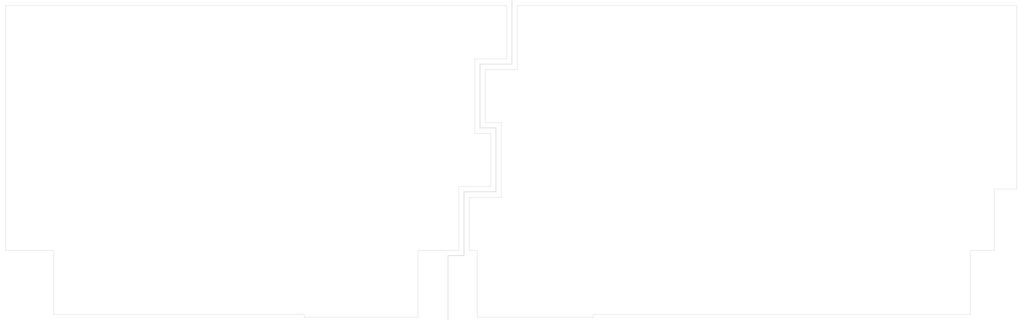
<source format=kicad_pcb>
(kicad_pcb (version 20171130) (host pcbnew "(5.1.4)-1")

  (general
    (thickness 1.6)
    (drawings 1120)
    (tracks 0)
    (zones 0)
    (modules 0)
    (nets 1)
  )

  (page A2)
  (layers
    (0 F.Cu signal)
    (31 B.Cu signal)
    (32 B.Adhes user)
    (33 F.Adhes user)
    (34 B.Paste user)
    (35 F.Paste user)
    (36 B.SilkS user)
    (37 F.SilkS user)
    (38 B.Mask user hide)
    (39 F.Mask user)
    (40 Dwgs.User user hide)
    (41 Cmts.User user hide)
    (42 Eco1.User user hide)
    (43 Eco2.User user hide)
    (44 Edge.Cuts user hide)
    (45 Margin user hide)
    (46 B.CrtYd user)
    (47 F.CrtYd user)
    (48 B.Fab user)
    (49 F.Fab user)
  )

  (setup
    (last_trace_width 0.25)
    (trace_clearance 0.2)
    (zone_clearance 0.508)
    (zone_45_only no)
    (trace_min 0.2)
    (via_size 0.8)
    (via_drill 0.4)
    (via_min_size 0.4)
    (via_min_drill 0.3)
    (uvia_size 0.3)
    (uvia_drill 0.1)
    (uvias_allowed no)
    (uvia_min_size 0.2)
    (uvia_min_drill 0.1)
    (edge_width 0.1)
    (segment_width 0.2)
    (pcb_text_width 0.3)
    (pcb_text_size 1.5 1.5)
    (mod_edge_width 0.15)
    (mod_text_size 1 1)
    (mod_text_width 0.15)
    (pad_size 1.5 1.5)
    (pad_drill 0.6)
    (pad_to_mask_clearance 0)
    (aux_axis_origin 0 0)
    (visible_elements 7FFFFFFF)
    (pcbplotparams
      (layerselection 0x01000_7ffffffe)
      (usegerberextensions false)
      (usegerberattributes false)
      (usegerberadvancedattributes false)
      (creategerberjobfile false)
      (excludeedgelayer true)
      (linewidth 0.100000)
      (plotframeref false)
      (viasonmask false)
      (mode 1)
      (useauxorigin false)
      (hpglpennumber 1)
      (hpglpenspeed 20)
      (hpglpendiameter 15.000000)
      (psnegative false)
      (psa4output false)
      (plotreference true)
      (plotvalue true)
      (plotinvisibletext false)
      (padsonsilk false)
      (subtractmaskfromsilk false)
      (outputformat 3)
      (mirror false)
      (drillshape 0)
      (scaleselection 1)
      (outputdirectory "C:/Users/Ding/Documents/Keyboard/Plate/"))
  )

  (net 0 "")

  (net_class Default "This is the default net class."
    (clearance 0.2)
    (trace_width 0.25)
    (via_dia 0.8)
    (via_drill 0.4)
    (uvia_dia 0.3)
    (uvia_drill 0.1)
  )

  (gr_line (start 155.97626 59.9242) (end 155.97626 42.87572) (layer B.Paste) (width 0.1) (tstamp 5E61FD29))
  (gr_line (start 152.21198 79.9775) (end 159.738 79.9775) (layer B.Paste) (width 0.1) (tstamp 5E61FD28))
  (gr_line (start 156.97702 41.8775) (end 164.50304 41.8775) (layer B.Paste) (width 0.1) (tstamp 5E61FD27))
  (gr_line (start 159.738 60.92242) (end 156.97702 60.92242) (layer B.Paste) (width 0.1) (tstamp 5E61FD26))
  (gr_line (start 151.21376 98.02674) (end 151.21376 80.97572) (layer B.Paste) (width 0.1) (tstamp 5E61FD25))
  (gr_line (start 147.45202 99.0275) (end 150.213 99.0275) (layer B.Paste) (width 0.1) (tstamp 5E61FD24))
  (gr_line (start 165.50126 40.87674) (end 165.50126 22.82242) (layer B.Paste) (width 0.1) (tstamp 5E61FD23))
  (gr_line (start 160.73876 78.97674) (end 160.73876 61.92318) (layer B.Paste) (width 0.1) (tstamp 5E61FD22))
  (gr_curve (pts (xy 164.503548 41.877652) (xy 165.055831 41.877651) (xy 165.503545 41.429938) (xy 165.503546 40.877654)) (layer B.Paste) (width 0.1) (tstamp 5E61FD21))
  (gr_curve (pts (xy 155.978546 59.924962) (xy 155.978547 60.477245) (xy 156.426261 60.924959) (xy 156.978544 60.92496)) (layer B.Paste) (width 0.1) (tstamp 5E61FD20))
  (gr_curve (pts (xy 156.978544 41.877652) (xy 156.426261 41.877654) (xy 155.978547 42.325367) (xy 155.978546 42.87765)) (layer B.Paste) (width 0.1) (tstamp 5E61FD1F))
  (gr_curve (pts (xy 159.739524 79.977754) (xy 160.291807 79.977753) (xy 160.739521 79.530039) (xy 160.739522 78.977756)) (layer B.Paste) (width 0.1) (tstamp 5E61FD1E))
  (gr_curve (pts (xy 147.453544 99.027754) (xy 146.901261 99.027755) (xy 146.453546 99.475469) (xy 146.453545 100.027752)) (layer B.Paste) (width 0.1) (tstamp 5E61FD1D))
  (gr_curve (pts (xy 160.739522 61.924958) (xy 160.739521 61.372675) (xy 160.291807 60.924961) (xy 159.739524 60.92496)) (layer B.Paste) (width 0.1) (tstamp 5E61FD1C))
  (gr_curve (pts (xy 150.214524 99.027754) (xy 150.766807 99.027753) (xy 151.214521 98.580039) (xy 151.214522 98.027756)) (layer B.Paste) (width 0.1) (tstamp 5E61FD1B))
  (gr_curve (pts (xy 152.21452 79.977754) (xy 151.662237 79.977755) (xy 151.214523 80.425469) (xy 151.214522 80.977752)) (layer B.Paste) (width 0.1) (tstamp 5E61FD1A))
  (gr_line (start 253.41066 77.44512) (end 239.56004 77.44512) (layer B.Paste) (width 0.1))
  (gr_line (start 68.11004 63.59704) (end 81.96066 63.59704) (layer B.Paste) (width 0.1))
  (gr_line (start 55.76564 63.59704) (end 55.76564 77.44512) (layer B.Paste) (width 0.1))
  (gr_line (start 120.06066 63.59704) (end 120.06066 77.44512) (layer B.Paste) (width 0.1))
  (gr_line (start 87.16004 77.44512) (end 87.16004 63.59704) (layer B.Paste) (width 0.1))
  (gr_line (start 234.36066 63.59704) (end 234.36066 77.44512) (layer B.Paste) (width 0.1))
  (gr_line (start 29.57316 77.44512) (end 15.72254 77.44512) (layer B.Paste) (width 0.1))
  (gr_line (start 29.57316 63.59704) (end 29.57316 77.44512) (layer B.Paste) (width 0.1))
  (gr_line (start 201.46004 63.59704) (end 215.31066 63.59704) (layer B.Paste) (width 0.1))
  (gr_line (start 305.0895 68.29604) (end 303.41564 68.29604) (layer B.Paste) (width 0.1))
  (gr_line (start 125.26004 63.59704) (end 139.11066 63.59704) (layer B.Paste) (width 0.1))
  (gr_line (start 182.41004 63.59704) (end 196.26066 63.59704) (layer B.Paste) (width 0.1))
  (gr_line (start 309.9663 65.06516) (end 309.9663 64.14568) (layer B.Paste) (width 0.1))
  (gr_line (start 201.46004 77.44512) (end 201.46004 63.59704) (layer B.Paste) (width 0.1))
  (gr_line (start 309.9663 64.14568) (end 306.81416 64.14568) (layer B.Paste) (width 0.1))
  (gr_line (start 139.11066 77.44512) (end 125.26004 77.44512) (layer B.Paste) (width 0.1))
  (gr_line (start 41.91502 77.44512) (end 41.91502 63.59704) (layer B.Paste) (width 0.1))
  (gr_line (start 196.26066 63.59704) (end 196.26066 77.44512) (layer B.Paste) (width 0.1))
  (gr_line (start 106.21004 63.59704) (end 120.06066 63.59704) (layer B.Paste) (width 0.1))
  (gr_line (start 305.0895 65.06516) (end 305.0895 68.29604) (layer B.Paste) (width 0.1))
  (gr_line (start 253.41066 63.59704) (end 253.41066 77.44512) (layer B.Paste) (width 0.1))
  (gr_line (start 182.41004 77.44512) (end 182.41004 63.59704) (layer B.Paste) (width 0.1))
  (gr_line (start 68.11004 77.44512) (end 68.11004 63.59704) (layer B.Paste) (width 0.1))
  (gr_line (start 296.71004 44.54704) (end 310.56066 44.54704) (layer B.Paste) (width 0.1))
  (gr_line (start 306.81416 64.14568) (end 306.81416 65.06516) (layer B.Paste) (width 0.1))
  (gr_line (start 234.36066 77.44512) (end 220.51004 77.44512) (layer B.Paste) (width 0.1))
  (gr_line (start 55.76564 77.44512) (end 41.91502 77.44512) (layer B.Paste) (width 0.1))
  (gr_line (start 81.96066 63.59704) (end 81.96066 77.44512) (layer B.Paste) (width 0.1))
  (gr_line (start 101.01066 77.44512) (end 87.16004 77.44512) (layer B.Paste) (width 0.1))
  (gr_line (start 310.56066 44.54704) (end 310.56066 58.39512) (layer B.Paste) (width 0.1))
  (gr_line (start 101.01066 63.59704) (end 101.01066 77.44512) (layer B.Paste) (width 0.1))
  (gr_line (start 120.06066 77.44512) (end 106.21004 77.44512) (layer B.Paste) (width 0.1))
  (gr_line (start 177.21066 77.44512) (end 163.36004 77.44512) (layer B.Paste) (width 0.1))
  (gr_line (start 258.61004 77.44512) (end 258.61004 63.59704) (layer B.Paste) (width 0.1))
  (gr_line (start 144.310039 77.44512) (end 144.310039 63.59704) (layer B.Paste) (width 0.1))
  (gr_line (start 272.46066 63.59704) (end 272.46066 77.44512) (layer B.Paste) (width 0.1))
  (gr_line (start 215.31066 63.59704) (end 215.31066 77.44512) (layer B.Paste) (width 0.1))
  (gr_line (start 272.46066 77.44512) (end 258.61004 77.44512) (layer B.Paste) (width 0.1))
  (gr_line (start 311.69096 65.06516) (end 309.9663 65.06516) (layer B.Paste) (width 0.1))
  (gr_line (start 239.56004 77.44512) (end 239.56004 63.59704) (layer B.Paste) (width 0.1))
  (gr_line (start 125.26004 77.44512) (end 125.26004 63.59704) (layer B.Paste) (width 0.1))
  (gr_line (start 139.11066 63.59704) (end 139.11066 77.44512) (layer B.Paste) (width 0.1))
  (gr_line (start 303.41564 63.59704) (end 289.56502 63.59704) (layer B.Paste) (width 0.1))
  (gr_line (start 15.72254 63.59704) (end 29.57316 63.59704) (layer B.Paste) (width 0.1))
  (gr_line (start 306.81416 65.06516) (end 305.0895 65.06516) (layer B.Paste) (width 0.1))
  (gr_line (start 106.21004 77.44512) (end 106.21004 63.59704) (layer B.Paste) (width 0.1))
  (gr_line (start 239.56004 63.59704) (end 253.41066 63.59704) (layer B.Paste) (width 0.1))
  (gr_line (start 196.26066 77.44512) (end 182.41004 77.44512) (layer B.Paste) (width 0.1))
  (gr_line (start 303.41564 68.29604) (end 303.41564 63.59704) (layer B.Paste) (width 0.1))
  (gr_line (start 258.61004 63.59704) (end 272.46066 63.59704) (layer B.Paste) (width 0.1))
  (gr_line (start 220.51004 77.44512) (end 220.51004 63.59704) (layer B.Paste) (width 0.1))
  (gr_line (start 163.36004 63.59704) (end 177.21066 63.59704) (layer B.Paste) (width 0.1))
  (gr_line (start 290.27114 26.96516) (end 288.54648 26.96516) (layer B.Paste) (width 0.1))
  (gr_line (start 115.29816 58.39512) (end 101.44754 58.39512) (layer B.Paste) (width 0.1))
  (gr_line (start 253.84754 58.39512) (end 253.84754 44.54704) (layer B.Paste) (width 0.1))
  (gr_line (start 288.54648 26.04568) (end 285.39688 26.04568) (layer B.Paste) (width 0.1))
  (gr_line (start 285.39688 26.04568) (end 285.39688 26.96516) (layer B.Paste) (width 0.1))
  (gr_line (start 41.91502 63.59704) (end 55.76564 63.59704) (layer B.Paste) (width 0.1))
  (gr_line (start 310.56066 58.39512) (end 296.71004 58.39512) (layer B.Paste) (width 0.1))
  (gr_line (start 253.84754 44.54704) (end 267.69816 44.54704) (layer B.Paste) (width 0.1))
  (gr_line (start 120.49754 58.39512) (end 120.49754 44.54704) (layer B.Paste) (width 0.1))
  (gr_line (start 63.34754 44.54704) (end 77.19816 44.54704) (layer B.Paste) (width 0.1))
  (gr_line (start 134.34816 44.54704) (end 134.34816 58.39512) (layer B.Paste) (width 0.1))
  (gr_line (start 96.24816 44.54704) (end 96.24816 58.39512) (layer B.Paste) (width 0.1))
  (gr_line (start 210.54816 44.54704) (end 210.54816 58.39512) (layer B.Paste) (width 0.1))
  (gr_line (start 234.79754 44.54704) (end 248.64816 44.54704) (layer B.Paste) (width 0.1))
  (gr_line (start 158.59754 44.54704) (end 172.44816 44.54704) (layer B.Paste) (width 0.1))
  (gr_line (start 248.64816 58.39512) (end 234.79754 58.39512) (layer B.Paste) (width 0.1))
  (gr_line (start 134.34816 58.39512) (end 120.49754 58.39512) (layer B.Paste) (width 0.1))
  (gr_line (start 248.64816 44.54704) (end 248.64816 58.39512) (layer B.Paste) (width 0.1))
  (gr_line (start 291.94754 30.19604) (end 290.27114 30.19604) (layer B.Paste) (width 0.1))
  (gr_line (start 39.53504 44.54704) (end 53.38566 44.54704) (layer B.Paste) (width 0.1))
  (gr_line (start 234.79754 58.39512) (end 234.79754 44.54704) (layer B.Paste) (width 0.1))
  (gr_line (start 229.59816 58.39512) (end 215.74754 58.39512) (layer B.Paste) (width 0.1))
  (gr_line (start 210.54816 58.39512) (end 196.69754 58.39512) (layer B.Paste) (width 0.1))
  (gr_line (start 15.72254 77.44512) (end 15.72254 63.59704) (layer B.Paste) (width 0.1))
  (gr_line (start 172.44816 58.39512) (end 158.59754 58.39512) (layer B.Paste) (width 0.1))
  (gr_line (start 267.69816 44.54704) (end 267.69816 58.39512) (layer B.Paste) (width 0.1))
  (gr_line (start 291.94754 25.49704) (end 291.94754 30.19604) (layer B.Paste) (width 0.1))
  (gr_line (start 172.44816 44.54704) (end 172.44816 58.39512) (layer B.Paste) (width 0.1))
  (gr_line (start 82.39754 58.39512) (end 82.39754 44.54704) (layer B.Paste) (width 0.1))
  (gr_line (start 29.57316 44.54704) (end 29.57316 58.39512) (layer B.Paste) (width 0.1))
  (gr_line (start 191.49816 58.39512) (end 177.64754 58.39512) (layer B.Paste) (width 0.1))
  (gr_line (start 229.59816 44.54704) (end 229.59816 58.39512) (layer B.Paste) (width 0.1))
  (gr_line (start 158.59754 58.39512) (end 158.59754 44.54704) (layer B.Paste) (width 0.1))
  (gr_line (start 153.39816 58.39512) (end 139.54754 58.39512) (layer B.Paste) (width 0.1))
  (gr_line (start 77.19816 44.54704) (end 77.19816 58.39512) (layer B.Paste) (width 0.1))
  (gr_line (start 53.38566 44.54704) (end 53.38566 58.39512) (layer B.Paste) (width 0.1))
  (gr_line (start 63.34754 58.39512) (end 63.34754 44.54704) (layer B.Paste) (width 0.1))
  (gr_line (start 82.39754 44.54704) (end 96.24816 44.54704) (layer B.Paste) (width 0.1))
  (gr_line (start 286.74816 58.39512) (end 272.89754 58.39512) (layer B.Paste) (width 0.1))
  (gr_line (start 272.89754 44.54704) (end 286.74816 44.54704) (layer B.Paste) (width 0.1))
  (gr_line (start 153.39816 44.54704) (end 153.39816 58.39512) (layer B.Paste) (width 0.1))
  (gr_line (start 15.72254 58.39512) (end 15.72254 44.54704) (layer B.Paste) (width 0.1))
  (gr_line (start 101.44754 44.54704) (end 115.29816 44.54704) (layer B.Paste) (width 0.1))
  (gr_line (start 77.19816 58.39512) (end 63.34754 58.39512) (layer B.Paste) (width 0.1))
  (gr_line (start 191.49816 44.54704) (end 191.49816 58.39512) (layer B.Paste) (width 0.1))
  (gr_line (start 215.74754 44.54704) (end 229.59816 44.54704) (layer B.Paste) (width 0.1))
  (gr_line (start 29.57316 58.39512) (end 15.72254 58.39512) (layer B.Paste) (width 0.1))
  (gr_line (start 177.64754 58.39512) (end 177.64754 44.54704) (layer B.Paste) (width 0.1))
  (gr_line (start 120.49754 44.54704) (end 134.34816 44.54704) (layer B.Paste) (width 0.1))
  (gr_line (start 290.27114 30.19604) (end 290.27114 26.96516) (layer B.Paste) (width 0.1))
  (gr_line (start 101.44754 58.39512) (end 101.44754 44.54704) (layer B.Paste) (width 0.1))
  (gr_line (start 196.69754 58.39512) (end 196.69754 44.54704) (layer B.Paste) (width 0.1))
  (gr_line (start 15.72254 44.54704) (end 29.57316 44.54704) (layer B.Paste) (width 0.1))
  (gr_line (start 87.16004 63.59704) (end 101.01066 63.59704) (layer B.Paste) (width 0.1))
  (gr_line (start 296.71004 58.39512) (end 296.71004 44.54704) (layer B.Paste) (width 0.1))
  (gr_line (start 272.89754 58.39512) (end 272.89754 44.54704) (layer B.Paste) (width 0.1))
  (gr_line (start 139.54754 58.39512) (end 139.54754 44.54704) (layer B.Paste) (width 0.1))
  (gr_line (start 196.69754 44.54704) (end 210.54816 44.54704) (layer B.Paste) (width 0.1))
  (gr_line (start 53.38566 58.39512) (end 39.53504 58.39512) (layer B.Paste) (width 0.1))
  (gr_line (start 139.54754 44.54704) (end 153.39816 44.54704) (layer B.Paste) (width 0.1))
  (gr_line (start 115.29816 44.54704) (end 115.29816 58.39512) (layer B.Paste) (width 0.1))
  (gr_line (start 288.54648 26.96516) (end 288.54648 26.04568) (layer B.Paste) (width 0.1))
  (gr_line (start 96.24816 58.39512) (end 82.39754 58.39512) (layer B.Paste) (width 0.1))
  (gr_line (start 177.64754 44.54704) (end 191.49816 44.54704) (layer B.Paste) (width 0.1))
  (gr_line (start 225.27254 25.49704) (end 239.12316 25.49704) (layer B.Paste) (width 0.1))
  (gr_line (start 39.53504 58.39512) (end 39.53504 44.54704) (layer B.Paste) (width 0.1))
  (gr_line (start 267.69816 58.39512) (end 253.84754 58.39512) (layer B.Paste) (width 0.1))
  (gr_line (start 309.19922 26.96516) (end 307.47202 26.96516) (layer B.Paste) (width 0.1))
  (gr_line (start 309.19922 39.11652) (end 309.19922 40.096959) (layer B.Paste) (width 0.1))
  (gr_line (start 277.223159 25.49704) (end 277.223159 39.34512) (layer B.Paste) (width 0.1))
  (gr_line (start 258.17316 39.34512) (end 244.32254 39.34512) (layer B.Paste) (width 0.1))
  (gr_line (start 314.07094 26.96516) (end 312.34628 26.96516) (layer B.Paste) (width 0.1))
  (gr_line (start 283.67222 39.11652) (end 285.39688 39.11652) (layer B.Paste) (width 0.1))
  (gr_line (start 206.22254 39.34512) (end 206.22254 25.49704) (layer B.Paste) (width 0.1))
  (gr_line (start 312.34628 40.096959) (end 312.34628 39.11652) (layer B.Paste) (width 0.1))
  (gr_line (start 314.07094 30.19604) (end 314.07094 26.96516) (layer B.Paste) (width 0.1))
  (gr_line (start 305.79816 34.64612) (end 307.47202 34.64612) (layer B.Paste) (width 0.1))
  (gr_line (start 220.07316 25.49704) (end 220.07316 39.34512) (layer B.Paste) (width 0.1))
  (gr_line (start 314.07094 39.11652) (end 314.07094 32.84526) (layer B.Paste) (width 0.1))
  (gr_line (start 305.79816 30.19604) (end 305.79816 25.49704) (layer B.Paste) (width 0.1))
  (gr_line (start 201.02316 25.49704) (end 201.02316 39.34512) (layer B.Paste) (width 0.1))
  (gr_line (start 168.12254 25.49704) (end 181.97316 25.49704) (layer B.Paste) (width 0.1))
  (gr_line (start 288.54648 40.096959) (end 288.54648 39.11652) (layer B.Paste) (width 0.1))
  (gr_line (start 312.34628 26.96516) (end 312.34628 26.04568) (layer B.Paste) (width 0.1))
  (gr_line (start 277.223159 39.34512) (end 263.37254 39.34512) (layer B.Paste) (width 0.1))
  (gr_line (start 282.84672 32.84526) (end 283.67222 32.84526) (layer B.Paste) (width 0.1))
  (gr_line (start 201.02316 39.34512) (end 187.17254 39.34512) (layer B.Paste) (width 0.1))
  (gr_line (start 168.12254 39.34512) (end 168.12254 25.49704) (layer B.Paste) (width 0.1))
  (gr_line (start 244.32254 39.34512) (end 244.32254 25.49704) (layer B.Paste) (width 0.1))
  (gr_line (start 305.79816 25.49704) (end 291.94754 25.49704) (layer B.Paste) (width 0.1))
  (gr_line (start 239.12316 39.34512) (end 225.27254 39.34512) (layer B.Paste) (width 0.1))
  (gr_line (start 263.37254 39.34512) (end 263.37254 25.49704) (layer B.Paste) (width 0.1))
  (gr_line (start 187.17254 25.49704) (end 201.02316 25.49704) (layer B.Paste) (width 0.1))
  (gr_line (start 307.47202 34.64612) (end 307.47202 39.11652) (layer B.Paste) (width 0.1))
  (gr_line (start 291.94754 34.64612) (end 291.94754 39.34512) (layer B.Paste) (width 0.1))
  (gr_line (start 314.89898 32.84526) (end 314.89898 30.19604) (layer B.Paste) (width 0.1))
  (gr_line (start 283.67222 30.19604) (end 282.84672 30.19604) (layer B.Paste) (width 0.1))
  (gr_line (start 312.34628 26.04568) (end 309.19922 26.04568) (layer B.Paste) (width 0.1))
  (gr_line (start 314.07094 32.84526) (end 314.89898 32.84526) (layer B.Paste) (width 0.1))
  (gr_line (start 307.47202 30.19604) (end 305.79816 30.19604) (layer B.Paste) (width 0.1))
  (gr_line (start 162.92316 25.49704) (end 162.92316 39.34512) (layer B.Paste) (width 0.1))
  (gr_line (start 283.67222 26.96516) (end 283.67222 30.19604) (layer B.Paste) (width 0.1))
  (gr_line (start 307.47202 26.96516) (end 307.47202 30.19604) (layer B.Paste) (width 0.1))
  (gr_line (start 312.34628 39.11652) (end 314.07094 39.11652) (layer B.Paste) (width 0.1))
  (gr_line (start 309.19922 26.04568) (end 309.19922 26.96516) (layer B.Paste) (width 0.1))
  (gr_line (start 181.97316 39.34512) (end 168.12254 39.34512) (layer B.Paste) (width 0.1))
  (gr_line (start 290.27114 39.11652) (end 290.27114 34.64612) (layer B.Paste) (width 0.1))
  (gr_line (start 258.17316 25.49704) (end 258.17316 39.34512) (layer B.Paste) (width 0.1))
  (gr_line (start 305.79816 39.34512) (end 305.79816 34.64612) (layer B.Paste) (width 0.1))
  (gr_line (start 263.37254 25.49704) (end 277.223159 25.49704) (layer B.Paste) (width 0.1))
  (gr_line (start 206.22254 25.49704) (end 220.07316 25.49704) (layer B.Paste) (width 0.1))
  (gr_line (start 225.27254 39.34512) (end 225.27254 25.49704) (layer B.Paste) (width 0.1))
  (gr_line (start 220.07316 39.34512) (end 206.22254 39.34512) (layer B.Paste) (width 0.1))
  (gr_line (start 285.39688 39.11652) (end 285.39688 40.096959) (layer B.Paste) (width 0.1))
  (gr_line (start 149.07254 25.49704) (end 162.92316 25.49704) (layer B.Paste) (width 0.1))
  (gr_line (start 181.97316 25.49704) (end 181.97316 39.34512) (layer B.Paste) (width 0.1))
  (gr_line (start 282.84672 30.19604) (end 282.84672 32.84526) (layer B.Paste) (width 0.1))
  (gr_line (start 215.74754 58.39512) (end 215.74754 44.54704) (layer B.Paste) (width 0.1))
  (gr_line (start 290.27114 34.64612) (end 291.94754 34.64612) (layer B.Paste) (width 0.1))
  (gr_line (start 291.94754 39.34512) (end 305.79816 39.34512) (layer B.Paste) (width 0.1))
  (gr_line (start 309.19922 40.096959) (end 312.34628 40.096959) (layer B.Paste) (width 0.1))
  (gr_line (start 187.17254 39.34512) (end 187.17254 25.49704) (layer B.Paste) (width 0.1))
  (gr_line (start 314.89898 30.19604) (end 314.07094 30.19604) (layer B.Paste) (width 0.1))
  (gr_line (start 283.67222 32.84526) (end 283.67222 39.11652) (layer B.Paste) (width 0.1))
  (gr_line (start 307.47202 39.11652) (end 309.19922 39.11652) (layer B.Paste) (width 0.1))
  (gr_line (start 286.74816 44.54704) (end 286.74816 58.39512) (layer B.Paste) (width 0.1))
  (gr_line (start 244.32254 25.49704) (end 258.17316 25.49704) (layer B.Paste) (width 0.1))
  (gr_line (start 162.92316 39.34512) (end 149.07254 39.34512) (layer B.Paste) (width 0.1))
  (gr_line (start 186.1413 115.31652) (end 187.86596 115.31652) (layer B.Paste) (width 0.1))
  (gr_line (start 285.39688 26.96516) (end 283.67222 26.96516) (layer B.Paste) (width 0.1))
  (gr_line (start 288.54648 39.11652) (end 290.27114 39.11652) (layer B.Paste) (width 0.1))
  (gr_line (start 15.72254 25.49704) (end 29.57316 25.49704) (layer B.Paste) (width 0.1))
  (gr_line (start 53.82254 39.34512) (end 53.82254 25.49704) (layer B.Paste) (width 0.1))
  (gr_line (start 105.77316 25.49704) (end 105.77316 39.34512) (layer B.Paste) (width 0.1))
  (gr_line (start 165.74002 110.84612) (end 165.74002 115.54512) (layer B.Paste) (width 0.1))
  (gr_line (start 72.87254 39.34512) (end 72.87254 25.49704) (layer B.Paste) (width 0.1))
  (gr_line (start 110.97254 39.34512) (end 110.97254 25.49704) (layer B.Paste) (width 0.1))
  (gr_line (start 34.77254 39.34512) (end 34.77254 25.49704) (layer B.Paste) (width 0.1))
  (gr_line (start 181.2645 115.31652) (end 182.98916 115.31652) (layer B.Paste) (width 0.1))
  (gr_line (start 157.4647 115.31652) (end 159.18936 115.31652) (layer B.Paste) (width 0.1))
  (gr_line (start 187.86596 115.31652) (end 187.86596 109.04526) (layer B.Paste) (width 0.1))
  (gr_line (start 159.18936 102.24568) (end 159.18936 103.16516) (layer B.Paste) (width 0.1))
  (gr_line (start 91.92254 25.49704) (end 105.77316 25.49704) (layer B.Paste) (width 0.1))
  (gr_line (start 165.74002 115.54512) (end 179.59064 115.54512) (layer B.Paste) (width 0.1))
  (gr_line (start 53.82254 25.49704) (end 67.67316 25.49704) (layer B.Paste) (width 0.1))
  (gr_line (start 162.3415 103.16516) (end 162.3415 102.24568) (layer B.Paste) (width 0.1))
  (gr_line (start 285.39688 40.096959) (end 288.54648 40.096959) (layer B.Paste) (width 0.1))
  (gr_line (start 165.74002 101.69704) (end 165.74002 106.39604) (layer B.Paste) (width 0.1))
  (gr_line (start 156.64174 109.04526) (end 157.4647 109.04526) (layer B.Paste) (width 0.1))
  (gr_line (start 181.2645 110.84612) (end 181.2645 115.31652) (layer B.Paste) (width 0.1))
  (gr_line (start 162.3415 116.29696) (end 162.3415 115.31652) (layer B.Paste) (width 0.1))
  (gr_line (start 29.57316 25.49704) (end 29.57316 39.34512) (layer B.Paste) (width 0.1))
  (gr_line (start 48.62316 25.49704) (end 48.62316 39.34512) (layer B.Paste) (width 0.1))
  (gr_line (start 165.74002 106.39604) (end 164.06616 106.39604) (layer B.Paste) (width 0.1))
  (gr_line (start 124.82316 39.34512) (end 110.97254 39.34512) (layer B.Paste) (width 0.1))
  (gr_line (start 34.77254 25.49704) (end 48.62316 25.49704) (layer B.Paste) (width 0.1))
  (gr_line (start 187.86596 109.04526) (end 188.68892 109.04526) (layer B.Paste) (width 0.1))
  (gr_line (start 159.18936 115.31652) (end 159.18936 116.29696) (layer B.Paste) (width 0.1))
  (gr_line (start 124.82316 25.49704) (end 124.82316 39.34512) (layer B.Paste) (width 0.1))
  (gr_line (start 48.62316 39.34512) (end 34.77254 39.34512) (layer B.Paste) (width 0.1))
  (gr_line (start 164.06616 115.31652) (end 164.06616 110.84612) (layer B.Paste) (width 0.1))
  (gr_line (start 159.18936 103.16516) (end 157.4647 103.16516) (layer B.Paste) (width 0.1))
  (gr_line (start 143.873159 39.34512) (end 130.02254 39.34512) (layer B.Paste) (width 0.1))
  (gr_line (start 130.02254 39.34512) (end 130.02254 25.49704) (layer B.Paste) (width 0.1))
  (gr_line (start 186.1413 116.29696) (end 186.1413 115.31652) (layer B.Paste) (width 0.1))
  (gr_line (start 110.97254 25.49704) (end 124.82316 25.49704) (layer B.Paste) (width 0.1))
  (gr_line (start 72.87254 25.49704) (end 86.72316 25.49704) (layer B.Paste) (width 0.1))
  (gr_line (start 67.67316 25.49704) (end 67.67316 39.34512) (layer B.Paste) (width 0.1))
  (gr_line (start 15.72254 39.34512) (end 15.72254 25.49704) (layer B.Paste) (width 0.1))
  (gr_line (start 239.12316 25.49704) (end 239.12316 39.34512) (layer B.Paste) (width 0.1))
  (gr_line (start 179.59064 115.54512) (end 179.59064 110.84612) (layer B.Paste) (width 0.1))
  (gr_line (start 182.98916 116.29696) (end 186.1413 116.29696) (layer B.Paste) (width 0.1))
  (gr_line (start 149.07254 39.34512) (end 149.07254 25.49704) (layer B.Paste) (width 0.1))
  (gr_line (start 91.92254 39.34512) (end 91.92254 25.49704) (layer B.Paste) (width 0.1))
  (gr_line (start 162.3415 102.24568) (end 159.18936 102.24568) (layer B.Paste) (width 0.1))
  (gr_line (start 67.67316 39.34512) (end 53.82254 39.34512) (layer B.Paste) (width 0.1))
  (gr_line (start 157.4647 103.16516) (end 157.4647 106.39604) (layer B.Paste) (width 0.1))
  (gr_line (start 86.72316 25.49704) (end 86.72316 39.34512) (layer B.Paste) (width 0.1))
  (gr_line (start 105.77316 39.34512) (end 91.92254 39.34512) (layer B.Paste) (width 0.1))
  (gr_line (start 143.873159 25.49704) (end 143.873159 39.34512) (layer B.Paste) (width 0.1))
  (gr_line (start 156.64174 106.39604) (end 156.64174 109.04526) (layer B.Paste) (width 0.1))
  (gr_line (start 29.57316 39.34512) (end 15.72254 39.34512) (layer B.Paste) (width 0.1))
  (gr_line (start 164.06616 106.39604) (end 164.06616 103.16516) (layer B.Paste) (width 0.1))
  (gr_line (start 164.06616 110.84612) (end 165.74002 110.84612) (layer B.Paste) (width 0.1))
  (gr_line (start 130.02254 25.49704) (end 143.873159 25.49704) (layer B.Paste) (width 0.1))
  (gr_line (start 157.4647 106.39604) (end 156.64174 106.39604) (layer B.Paste) (width 0.1))
  (gr_line (start 182.98916 115.31652) (end 182.98916 116.29696) (layer B.Paste) (width 0.1))
  (gr_line (start 188.68892 109.04526) (end 188.68892 106.39604) (layer B.Paste) (width 0.1))
  (gr_line (start 86.72316 39.34512) (end 72.87254 39.34512) (layer B.Paste) (width 0.1))
  (gr_line (start 164.06616 103.16516) (end 162.3415 103.16516) (layer B.Paste) (width 0.1))
  (gr_line (start 159.18936 116.29696) (end 162.3415 116.29696) (layer B.Paste) (width 0.1))
  (gr_line (start 162.3415 115.31652) (end 164.06616 115.31652) (layer B.Paste) (width 0.1))
  (gr_line (start 133.7538 102.24568) (end 130.6042 102.24568) (layer B.Paste) (width 0.1))
  (gr_line (start 301.03566 101.69704) (end 301.03566 115.54512) (layer B.Paste) (width 0.1))
  (gr_line (start 136.30396 106.39604) (end 135.47846 106.39604) (layer B.Paste) (width 0.1))
  (gr_line (start 130.6042 116.29696) (end 133.7538 116.29696) (layer B.Paste) (width 0.1))
  (gr_line (start 130.6042 115.31652) (end 130.6042 116.29696) (layer B.Paste) (width 0.1))
  (gr_line (start 111.67866 115.31652) (end 111.67866 110.84612) (layer B.Paste) (width 0.1))
  (gr_line (start 287.18504 101.69704) (end 301.03566 101.69704) (layer B.Paste) (width 0.1))
  (gr_line (start 105.07974 106.39604) (end 104.25424 106.39604) (layer B.Paste) (width 0.1))
  (gr_line (start 187.86596 103.16516) (end 186.1413 103.16516) (layer B.Paste) (width 0.1))
  (gr_line (start 135.47846 115.31652) (end 135.47846 109.04526) (layer B.Paste) (width 0.1))
  (gr_line (start 109.954 102.24568) (end 106.80186 102.24568) (layer B.Paste) (width 0.1))
  (gr_line (start 301.03566 115.54512) (end 287.18504 115.54512) (layer B.Paste) (width 0.1))
  (gr_line (start 105.07974 109.04526) (end 105.07974 115.31652) (layer B.Paste) (width 0.1))
  (gr_line (start 113.35506 106.39604) (end 111.67866 106.39604) (layer B.Paste) (width 0.1))
  (gr_line (start 186.1413 102.24568) (end 182.98916 102.24568) (layer B.Paste) (width 0.1))
  (gr_line (start 281.98566 115.54512) (end 268.13504 115.54512) (layer B.Paste) (width 0.1))
  (gr_line (start 113.35506 101.69704) (end 113.35506 106.39604) (layer B.Paste) (width 0.1))
  (gr_line (start 105.07974 103.16516) (end 105.07974 106.39604) (layer B.Paste) (width 0.1))
  (gr_line (start 111.67866 103.16516) (end 109.954 103.16516) (layer B.Paste) (width 0.1))
  (gr_line (start 179.59064 101.69704) (end 165.74002 101.69704) (layer B.Paste) (width 0.1))
  (gr_line (start 113.35506 110.84612) (end 113.35506 115.54512) (layer B.Paste) (width 0.1))
  (gr_line (start 182.98916 103.16516) (end 181.2645 103.16516) (layer B.Paste) (width 0.1))
  (gr_line (start 130.6042 102.24568) (end 130.6042 103.16516) (layer B.Paste) (width 0.1))
  (gr_line (start 128.87954 115.31652) (end 130.6042 115.31652) (layer B.Paste) (width 0.1))
  (gr_line (start 106.80186 116.29696) (end 109.954 116.29696) (layer B.Paste) (width 0.1))
  (gr_line (start 188.68892 106.39604) (end 187.86596 106.39604) (layer B.Paste) (width 0.1))
  (gr_line (start 157.4647 109.04526) (end 157.4647 115.31652) (layer B.Paste) (width 0.1))
  (gr_line (start 179.59064 110.84612) (end 181.2645 110.84612) (layer B.Paste) (width 0.1))
  (gr_line (start 281.98566 101.69704) (end 281.98566 115.54512) (layer B.Paste) (width 0.1))
  (gr_line (start 268.13504 115.54512) (end 268.13504 101.69704) (layer B.Paste) (width 0.1))
  (gr_line (start 249.08504 101.69704) (end 262.93566 101.69704) (layer B.Paste) (width 0.1))
  (gr_line (start 187.86596 106.39604) (end 187.86596 103.16516) (layer B.Paste) (width 0.1))
  (gr_line (start 109.954 103.16516) (end 109.954 102.24568) (layer B.Paste) (width 0.1))
  (gr_line (start 135.47846 109.04526) (end 136.30396 109.04526) (layer B.Paste) (width 0.1))
  (gr_line (start 136.30396 109.04526) (end 136.30396 106.39604) (layer B.Paste) (width 0.1))
  (gr_line (start 109.954 116.29696) (end 109.954 115.31652) (layer B.Paste) (width 0.1))
  (gr_line (start 113.35506 115.54512) (end 127.20314 115.54512) (layer B.Paste) (width 0.1))
  (gr_line (start 262.93566 101.69704) (end 262.93566 115.54512) (layer B.Paste) (width 0.1))
  (gr_line (start 106.80186 102.24568) (end 106.80186 103.16516) (layer B.Paste) (width 0.1))
  (gr_line (start 186.1413 103.16516) (end 186.1413 102.24568) (layer B.Paste) (width 0.1))
  (gr_line (start 104.25424 106.39604) (end 104.25424 109.04526) (layer B.Paste) (width 0.1))
  (gr_line (start 128.87954 110.84612) (end 128.87954 115.31652) (layer B.Paste) (width 0.1))
  (gr_line (start 181.2645 106.39604) (end 179.59064 106.39604) (layer B.Paste) (width 0.1))
  (gr_line (start 128.87954 106.39604) (end 127.20314 106.39604) (layer B.Paste) (width 0.1))
  (gr_line (start 111.67866 110.84612) (end 113.35506 110.84612) (layer B.Paste) (width 0.1))
  (gr_line (start 105.07974 115.31652) (end 106.80186 115.31652) (layer B.Paste) (width 0.1))
  (gr_line (start 179.59064 106.39604) (end 179.59064 101.69704) (layer B.Paste) (width 0.1))
  (gr_line (start 127.20314 106.39604) (end 127.20314 101.69704) (layer B.Paste) (width 0.1))
  (gr_line (start 182.98916 102.24568) (end 182.98916 103.16516) (layer B.Paste) (width 0.1))
  (gr_line (start 127.20314 110.84612) (end 128.87954 110.84612) (layer B.Paste) (width 0.1))
  (gr_line (start 128.87954 103.16516) (end 128.87954 106.39604) (layer B.Paste) (width 0.1))
  (gr_line (start 133.7538 103.16516) (end 133.7538 102.24568) (layer B.Paste) (width 0.1))
  (gr_line (start 127.20314 101.69704) (end 113.35506 101.69704) (layer B.Paste) (width 0.1))
  (gr_line (start 127.20314 115.54512) (end 127.20314 110.84612) (layer B.Paste) (width 0.1))
  (gr_line (start 135.47846 103.16516) (end 133.7538 103.16516) (layer B.Paste) (width 0.1))
  (gr_line (start 130.6042 103.16516) (end 128.87954 103.16516) (layer B.Paste) (width 0.1))
  (gr_line (start 106.80186 103.16516) (end 105.07974 103.16516) (layer B.Paste) (width 0.1))
  (gr_line (start 133.7538 116.29696) (end 133.7538 115.31652) (layer B.Paste) (width 0.1))
  (gr_line (start 135.47846 106.39604) (end 135.47846 103.16516) (layer B.Paste) (width 0.1))
  (gr_line (start 104.25424 109.04526) (end 105.07974 109.04526) (layer B.Paste) (width 0.1))
  (gr_line (start 109.954 115.31652) (end 111.67866 115.31652) (layer B.Paste) (width 0.1))
  (gr_line (start 181.2645 103.16516) (end 181.2645 106.39604) (layer B.Paste) (width 0.1))
  (gr_line (start 106.80186 115.31652) (end 106.80186 116.29696) (layer B.Paste) (width 0.1))
  (gr_line (start 133.7538 115.31652) (end 135.47846 115.31652) (layer B.Paste) (width 0.1))
  (gr_line (start 43.86066 101.69704) (end 43.86066 115.54512) (layer B.Paste) (width 0.1))
  (gr_line (start 155.97626 59.9242) (end 155.97626 42.87572) (layer B.Paste) (width 0.1))
  (gr_line (start 40.12686 96.26652) (end 40.12686 97.24696) (layer B.Paste) (width 0.1))
  (gr_line (start 46.68006 91.79612) (end 46.68006 96.49512) (layer B.Paste) (width 0.1))
  (gr_line (start 37.57924 89.99526) (end 38.40474 89.99526) (layer B.Paste) (width 0.1))
  (gr_line (start 152.21198 79.9775) (end 159.738 79.9775) (layer B.Paste) (width 0.1))
  (gr_line (start 217.69064 101.69704) (end 217.69064 115.54512) (layer B.Paste) (width 0.1))
  (gr_line (start 43.279 97.24696) (end 43.279 96.26652) (layer B.Paste) (width 0.1))
  (gr_line (start 38.40474 89.99526) (end 38.40474 96.26652) (layer B.Paste) (width 0.1))
  (gr_line (start 203.84002 101.69704) (end 217.69064 101.69704) (layer B.Paste) (width 0.1))
  (gr_line (start 156.97702 41.8775) (end 164.50304 41.8775) (layer B.Paste) (width 0.1))
  (gr_line (start 43.279 96.26652) (end 45.00366 96.26652) (layer B.Paste) (width 0.1))
  (gr_line (start 62.20454 96.26652) (end 63.9292 96.26652) (layer B.Paste) (width 0.1))
  (gr_line (start 241.50314 115.54512) (end 227.65506 115.54512) (layer B.Paste) (width 0.1))
  (gr_line (start 63.9292 97.24696) (end 67.0788 97.24696) (layer B.Paste) (width 0.1))
  (gr_line (start 65.29064 115.54512) (end 51.44002 115.54512) (layer B.Paste) (width 0.1))
  (gr_line (start 45.00366 84.11516) (end 43.279 84.11516) (layer B.Paste) (width 0.1))
  (gr_line (start 159.738 60.92242) (end 156.97702 60.92242) (layer B.Paste) (width 0.1))
  (gr_line (start 63.9292 96.26652) (end 63.9292 97.24696) (layer B.Paste) (width 0.1))
  (gr_line (start 67.0788 97.24696) (end 67.0788 96.26652) (layer B.Paste) (width 0.1))
  (gr_line (start 75.25506 101.69704) (end 89.10314 101.69704) (layer B.Paste) (width 0.1))
  (gr_line (start 19.999308 113.224325) (end 19.999308 113.224325) (layer B.Paste) (width 0.1))
  (gr_line (start 151.21376 98.02674) (end 151.21376 80.97572) (layer B.Paste) (width 0.1))
  (gr_line (start 268.13504 101.69704) (end 281.98566 101.69704) (layer B.Paste) (width 0.1))
  (gr_line (start 287.18504 115.54512) (end 287.18504 101.69704) (layer B.Paste) (width 0.1))
  (gr_line (start 147.45202 99.0275) (end 150.213 99.0275) (layer B.Paste) (width 0.1))
  (gr_line (start 111.67866 106.39604) (end 111.67866 103.16516) (layer B.Paste) (width 0.1))
  (gr_line (start 38.40474 84.11516) (end 38.40474 87.34604) (layer B.Paste) (width 0.1))
  (gr_line (start 30.01004 101.69704) (end 43.86066 101.69704) (layer B.Paste) (width 0.1))
  (gr_line (start 227.65506 115.54512) (end 227.65506 101.69704) (layer B.Paste) (width 0.1))
  (gr_line (start 65.29064 101.69704) (end 65.29064 115.54512) (layer B.Paste) (width 0.1))
  (gr_line (start 60.52814 96.49512) (end 60.52814 91.79612) (layer B.Paste) (width 0.1))
  (gr_line (start 89.10314 115.54512) (end 75.25506 115.54512) (layer B.Paste) (width 0.1))
  (gr_line (start 89.10314 101.69704) (end 89.10314 115.54512) (layer B.Paste) (width 0.1))
  (gr_line (start 165.50126 40.87674) (end 165.50126 22.82242) (layer B.Paste) (width 0.1))
  (gr_line (start 30.01004 115.54512) (end 30.01004 101.69704) (layer B.Paste) (width 0.1))
  (gr_line (start 40.12686 84.11516) (end 38.40474 84.11516) (layer B.Paste) (width 0.1))
  (gr_line (start 75.25506 115.54512) (end 75.25506 101.69704) (layer B.Paste) (width 0.1))
  (gr_line (start 60.52814 91.79612) (end 62.20454 91.79612) (layer B.Paste) (width 0.1))
  (gr_line (start 241.50314 101.69704) (end 241.50314 115.54512) (layer B.Paste) (width 0.1))
  (gr_line (start 62.20454 91.79612) (end 62.20454 96.26652) (layer B.Paste) (width 0.1))
  (gr_line (start 46.68006 87.34604) (end 45.00366 87.34604) (layer B.Paste) (width 0.1))
  (gr_line (start 43.279 83.19568) (end 40.12686 83.19568) (layer B.Paste) (width 0.1))
  (gr_line (start 43.86066 115.54512) (end 30.01004 115.54512) (layer B.Paste) (width 0.1))
  (gr_line (start 51.44002 101.69704) (end 65.29064 101.69704) (layer B.Paste) (width 0.1))
  (gr_line (start 45.00366 96.26652) (end 45.00366 91.79612) (layer B.Paste) (width 0.1))
  (gr_line (start 217.69064 115.54512) (end 203.84002 115.54512) (layer B.Paste) (width 0.1))
  (gr_line (start 38.40474 87.34604) (end 37.57924 87.34604) (layer B.Paste) (width 0.1))
  (gr_line (start 146.45126 118.22228) (end 146.45126 100.02572) (layer B.Paste) (width 0.1))
  (gr_line (start 160.73876 78.97674) (end 160.73876 61.92318) (layer B.Paste) (width 0.1))
  (gr_line (start 51.44002 115.54512) (end 51.44002 101.69704) (layer B.Paste) (width 0.1))
  (gr_line (start 227.65506 101.69704) (end 241.50314 101.69704) (layer B.Paste) (width 0.1))
  (gr_line (start 262.93566 115.54512) (end 249.08504 115.54512) (layer B.Paste) (width 0.1))
  (gr_line (start 249.08504 115.54512) (end 249.08504 101.69704) (layer B.Paste) (width 0.1))
  (gr_line (start 46.68006 82.64704) (end 46.68006 87.34604) (layer B.Paste) (width 0.1))
  (gr_line (start 38.40474 96.26652) (end 40.12686 96.26652) (layer B.Paste) (width 0.1))
  (gr_line (start 203.84002 115.54512) (end 203.84002 101.69704) (layer B.Paste) (width 0.1))
  (gr_line (start 45.00366 87.34604) (end 45.00366 84.11516) (layer B.Paste) (width 0.1))
  (gr_line (start 43.279 84.11516) (end 43.279 83.19568) (layer B.Paste) (width 0.1))
  (gr_line (start 40.12686 97.24696) (end 43.279 97.24696) (layer B.Paste) (width 0.1))
  (gr_line (start 46.68006 96.49512) (end 60.52814 96.49512) (layer B.Paste) (width 0.1))
  (gr_line (start 37.57924 87.34604) (end 37.57924 89.99526) (layer B.Paste) (width 0.1))
  (gr_line (start 40.12686 83.19568) (end 40.12686 84.11516) (layer B.Paste) (width 0.1))
  (gr_line (start 45.00366 91.79612) (end 46.68006 91.79612) (layer B.Paste) (width 0.1))
  (gr_line (start 224.83566 82.64704) (end 224.83566 96.49512) (layer B.Paste) (width 0.1))
  (gr_line (start 172.88504 96.49512) (end 172.88504 82.64704) (layer B.Paste) (width 0.1))
  (gr_line (start 110.53566 96.49512) (end 96.68504 96.49512) (layer B.Paste) (width 0.1))
  (gr_line (start 281.98566 96.49512) (end 268.13504 96.49512) (layer B.Paste) (width 0.1))
  (gr_line (start 205.78566 96.49512) (end 191.93504 96.49512) (layer B.Paste) (width 0.1))
  (gr_line (start 268.13504 96.49512) (end 268.13504 82.64704) (layer B.Paste) (width 0.1))
  (gr_line (start 230.03504 96.49512) (end 230.03504 82.64704) (layer B.Paste) (width 0.1))
  (gr_line (start 69.62896 87.34604) (end 68.80346 87.34604) (layer B.Paste) (width 0.1))
  (gr_line (start 129.58566 82.64704) (end 129.58566 96.49512) (layer B.Paste) (width 0.1))
  (gr_line (start 68.80346 84.11516) (end 67.0788 84.11516) (layer B.Paste) (width 0.1))
  (gr_line (start 243.88566 82.64704) (end 243.88566 96.49512) (layer B.Paste) (width 0.1))
  (gr_line (start 268.13504 82.64704) (end 281.98566 82.64704) (layer B.Paste) (width 0.1))
  (gr_line (start 60.52814 87.34604) (end 60.52814 82.64704) (layer B.Paste) (width 0.1))
  (gr_line (start 63.9292 83.19568) (end 63.9292 84.11516) (layer B.Paste) (width 0.1))
  (gr_line (start 68.80346 96.26652) (end 68.80346 89.99526) (layer B.Paste) (width 0.1))
  (gr_line (start 191.93504 82.64704) (end 205.78566 82.64704) (layer B.Paste) (width 0.1))
  (gr_line (start 91.48566 82.64704) (end 91.48566 96.49512) (layer B.Paste) (width 0.1))
  (gr_line (start 96.68504 82.64704) (end 110.53566 82.64704) (layer B.Paste) (width 0.1))
  (gr_line (start 62.20454 84.11516) (end 62.20454 87.34604) (layer B.Paste) (width 0.1))
  (gr_line (start 224.83566 96.49512) (end 210.98504 96.49512) (layer B.Paste) (width 0.1))
  (gr_line (start 262.93566 96.49512) (end 249.08504 96.49512) (layer B.Paste) (width 0.1))
  (gr_line (start 148.63566 82.64704) (end 148.63566 96.49512) (layer B.Paste) (width 0.1))
  (gr_line (start 243.88566 96.49512) (end 230.03504 96.49512) (layer B.Paste) (width 0.1))
  (gr_line (start 205.78566 82.64704) (end 205.78566 96.49512) (layer B.Paste) (width 0.1))
  (gr_line (start 68.80346 89.99526) (end 69.62896 89.99526) (layer B.Paste) (width 0.1))
  (gr_line (start 96.68504 96.49512) (end 96.68504 82.64704) (layer B.Paste) (width 0.1))
  (gr_line (start 191.93504 96.49512) (end 191.93504 82.64704) (layer B.Paste) (width 0.1))
  (gr_line (start 308.17814 82.64704) (end 308.17814 96.49512) (layer B.Paste) (width 0.1))
  (gr_line (start 91.48566 96.49512) (end 77.635039 96.49512) (layer B.Paste) (width 0.1))
  (gr_line (start 110.53566 82.64704) (end 110.53566 96.49512) (layer B.Paste) (width 0.1))
  (gr_line (start 294.33006 96.49512) (end 294.33006 82.64704) (layer B.Paste) (width 0.1))
  (gr_line (start 15.72254 82.64704) (end 29.57316 82.64704) (layer B.Paste) (width 0.1))
  (gr_line (start 68.80346 87.34604) (end 68.80346 84.11516) (layer B.Paste) (width 0.1))
  (gr_line (start 210.98504 82.64704) (end 224.83566 82.64704) (layer B.Paste) (width 0.1))
  (gr_line (start 186.73566 96.49512) (end 172.88504 96.49512) (layer B.Paste) (width 0.1))
  (gr_line (start 167.68566 82.64704) (end 167.68566 96.49512) (layer B.Paste) (width 0.1))
  (gr_line (start 294.33006 82.64704) (end 308.17814 82.64704) (layer B.Paste) (width 0.1))
  (gr_line (start 77.635039 82.64704) (end 91.48566 82.64704) (layer B.Paste) (width 0.1))
  (gr_line (start 115.73504 96.49512) (end 115.73504 82.64704) (layer B.Paste) (width 0.1))
  (gr_line (start 153.83504 96.49512) (end 153.83504 82.64704) (layer B.Paste) (width 0.1))
  (gr_line (start 129.58566 96.49512) (end 115.73504 96.49512) (layer B.Paste) (width 0.1))
  (gr_line (start 77.635039 96.49512) (end 77.635039 82.64704) (layer B.Paste) (width 0.1))
  (gr_line (start 67.0788 83.19568) (end 63.9292 83.19568) (layer B.Paste) (width 0.1))
  (gr_line (start 115.73504 82.64704) (end 129.58566 82.64704) (layer B.Paste) (width 0.1))
  (gr_line (start 186.73566 82.64704) (end 186.73566 96.49512) (layer B.Paste) (width 0.1))
  (gr_line (start 167.68566 96.49512) (end 153.83504 96.49512) (layer B.Paste) (width 0.1))
  (gr_line (start 81.96066 77.44512) (end 68.11004 77.44512) (layer B.Paste) (width 0.1))
  (gr_line (start 29.57316 96.49512) (end 15.72254 96.49512) (layer B.Paste) (width 0.1))
  (gr_line (start 305.0895 72.74612) (end 305.0895 77.21652) (layer B.Paste) (width 0.1))
  (gr_line (start 286.1665 78.19696) (end 286.1665 77.21652) (layer B.Paste) (width 0.1))
  (gr_line (start 286.1665 77.21652) (end 287.89116 77.21652) (layer B.Paste) (width 0.1))
  (gr_line (start 312.51392 68.29604) (end 311.69096 68.29604) (layer B.Paste) (width 0.1))
  (gr_line (start 306.81416 78.19696) (end 309.9663 78.19696) (layer B.Paste) (width 0.1))
  (gr_line (start 308.17814 96.49512) (end 294.33006 96.49512) (layer B.Paste) (width 0.1))
  (gr_line (start 249.08504 96.49512) (end 249.08504 82.64704) (layer B.Paste) (width 0.1))
  (gr_line (start 281.2897 68.29604) (end 280.46674 68.29604) (layer B.Paste) (width 0.1))
  (gr_line (start 283.01436 65.06516) (end 281.2897 65.06516) (layer B.Paste) (width 0.1))
  (gr_line (start 287.89116 68.29604) (end 287.89116 65.06516) (layer B.Paste) (width 0.1))
  (gr_line (start 230.03504 82.64704) (end 243.88566 82.64704) (layer B.Paste) (width 0.1))
  (gr_line (start 281.98566 82.64704) (end 281.98566 96.49512) (layer B.Paste) (width 0.1))
  (gr_line (start 134.78504 96.49512) (end 134.78504 82.64704) (layer B.Paste) (width 0.1))
  (gr_line (start 309.9663 77.21652) (end 311.69096 77.21652) (layer B.Paste) (width 0.1))
  (gr_line (start 15.72254 96.49512) (end 15.72254 82.64704) (layer B.Paste) (width 0.1))
  (gr_line (start 144.310039 63.59704) (end 158.16066 63.59704) (layer B.Paste) (width 0.1))
  (gr_line (start 280.46674 68.29604) (end 280.46674 70.94526) (layer B.Paste) (width 0.1))
  (gr_line (start 287.89116 77.21652) (end 287.89116 72.74612) (layer B.Paste) (width 0.1))
  (gr_line (start 311.69096 70.94526) (end 312.51392 70.94526) (layer B.Paste) (width 0.1))
  (gr_line (start 289.56502 77.44512) (end 303.41564 77.44512) (layer B.Paste) (width 0.1))
  (gr_line (start 177.21066 63.59704) (end 177.21066 77.44512) (layer B.Paste) (width 0.1))
  (gr_line (start 289.56502 68.29604) (end 287.89116 68.29604) (layer B.Paste) (width 0.1))
  (gr_line (start 62.20454 87.34604) (end 60.52814 87.34604) (layer B.Paste) (width 0.1))
  (gr_line (start 60.52814 82.64704) (end 46.68006 82.64704) (layer B.Paste) (width 0.1))
  (gr_line (start 249.08504 82.64704) (end 262.93566 82.64704) (layer B.Paste) (width 0.1))
  (gr_line (start 67.0788 96.26652) (end 68.80346 96.26652) (layer B.Paste) (width 0.1))
  (gr_line (start 134.78504 82.64704) (end 148.63566 82.64704) (layer B.Paste) (width 0.1))
  (gr_line (start 289.56502 72.74612) (end 289.56502 77.44512) (layer B.Paste) (width 0.1))
  (gr_line (start 281.2897 65.06516) (end 281.2897 68.29604) (layer B.Paste) (width 0.1))
  (gr_line (start 220.51004 63.59704) (end 234.36066 63.59704) (layer B.Paste) (width 0.1))
  (gr_line (start 283.01436 77.21652) (end 283.01436 78.19696) (layer B.Paste) (width 0.1))
  (gr_line (start 287.89116 65.06516) (end 286.1665 65.06516) (layer B.Paste) (width 0.1))
  (gr_line (start 281.2897 70.94526) (end 281.2897 77.21652) (layer B.Paste) (width 0.1))
  (gr_line (start 158.16066 77.44512) (end 144.310039 77.44512) (layer B.Paste) (width 0.1))
  (gr_line (start 69.62896 89.99526) (end 69.62896 87.34604) (layer B.Paste) (width 0.1))
  (gr_line (start 280.46674 70.94526) (end 281.2897 70.94526) (layer B.Paste) (width 0.1))
  (gr_line (start 63.9292 84.11516) (end 62.20454 84.11516) (layer B.Paste) (width 0.1))
  (gr_line (start 210.98504 96.49512) (end 210.98504 82.64704) (layer B.Paste) (width 0.1))
  (gr_line (start 148.63566 96.49512) (end 134.78504 96.49512) (layer B.Paste) (width 0.1))
  (gr_line (start 305.0895 77.21652) (end 306.81416 77.21652) (layer B.Paste) (width 0.1))
  (gr_line (start 158.16066 63.59704) (end 158.16066 77.44512) (layer B.Paste) (width 0.1))
  (gr_line (start 172.88504 82.64704) (end 186.73566 82.64704) (layer B.Paste) (width 0.1))
  (gr_line (start 163.36004 77.44512) (end 163.36004 63.59704) (layer B.Paste) (width 0.1))
  (gr_line (start 287.89116 72.74612) (end 289.56502 72.74612) (layer B.Paste) (width 0.1))
  (gr_line (start 306.81416 77.21652) (end 306.81416 78.19696) (layer B.Paste) (width 0.1))
  (gr_line (start 311.69096 68.29604) (end 311.69096 65.06516) (layer B.Paste) (width 0.1))
  (gr_line (start 311.69096 77.21652) (end 311.69096 70.94526) (layer B.Paste) (width 0.1))
  (gr_line (start 303.41564 72.74612) (end 305.0895 72.74612) (layer B.Paste) (width 0.1))
  (gr_line (start 262.93566 82.64704) (end 262.93566 96.49512) (layer B.Paste) (width 0.1))
  (gr_line (start 153.83504 82.64704) (end 167.68566 82.64704) (layer B.Paste) (width 0.1))
  (gr_line (start 286.1665 65.06516) (end 286.1665 64.14568) (layer B.Paste) (width 0.1))
  (gr_line (start 67.0788 84.11516) (end 67.0788 83.19568) (layer B.Paste) (width 0.1))
  (gr_line (start 309.9663 78.19696) (end 309.9663 77.21652) (layer B.Paste) (width 0.1))
  (gr_line (start 283.01436 64.14568) (end 283.01436 65.06516) (layer B.Paste) (width 0.1))
  (gr_line (start 281.2897 77.21652) (end 283.01436 77.21652) (layer B.Paste) (width 0.1))
  (gr_line (start 289.56502 63.59704) (end 289.56502 68.29604) (layer B.Paste) (width 0.1))
  (gr_line (start 29.57316 82.64704) (end 29.57316 96.49512) (layer B.Paste) (width 0.1))
  (gr_line (start 283.01436 78.19696) (end 286.1665 78.19696) (layer B.Paste) (width 0.1))
  (gr_line (start 312.51392 70.94526) (end 312.51392 68.29604) (layer B.Paste) (width 0.1))
  (gr_line (start 286.1665 64.14568) (end 283.01436 64.14568) (layer B.Paste) (width 0.1))
  (gr_line (start 303.41564 77.44512) (end 303.41564 72.74612) (layer B.Paste) (width 0.1))
  (gr_line (start 215.31066 77.44512) (end 201.46004 77.44512) (layer B.Paste) (width 0.1))
  (gr_line (start 16.1137 118.11306) (end 15.81144 118.0267) (layer B.Paste) (width 0.1))
  (gr_line (start 16.73346 118.20958) (end 16.42358 118.17402) (layer B.Paste) (width 0.1))
  (gr_line (start 14.958 117.633) (end 14.69638 117.45774) (layer B.Paste) (width 0.1))
  (gr_curve (pts (xy 145.870206 42.559001) (xy 145.375163 42.273189) (xy 145.070205 41.744985) (xy 145.070205 41.173361)) (layer B.Paste) (width 0.1))
  (gr_line (start 317.4085 116.3122) (end 317.23324 116.57382) (layer B.Paste) (width 0.1))
  (gr_curve (pts (xy 145.070205 41.173361) (xy 145.070205 40.601736) (xy 145.375163 40.073533) (xy 145.870206 39.787721)) (layer B.Paste) (width 0.1))
  (gr_line (start 318.00032 26.82292) (end 318.00032 114.22178) (layer B.Paste) (width 0.1))
  (gr_line (start 315.5289 23.12722) (end 315.81338 23.25676) (layer B.Paste) (width 0.1))
  (gr_curve (pts (xy 164.503548 41.877652) (xy 165.055831 41.877651) (xy 165.503545 41.429938) (xy 165.503546 40.877654)) (layer B.Paste) (width 0.1))
  (gr_curve (pts (xy 147.470205 42.559001) (xy 146.975164 42.844813) (xy 146.365246 42.844813) (xy 145.870206 42.559001)) (layer B.Paste) (width 0.1))
  (gr_line (start 15.81144 118.0267) (end 15.5168 117.92002) (layer B.Paste) (width 0.1))
  (gr_curve (pts (xy 147.470205 39.787721) (xy 147.965247 40.073533) (xy 148.270205 40.601736) (xy 148.270205 41.173361)) (layer B.Paste) (width 0.1))
  (gr_curve (pts (xy 33.295205 42.505815) (xy 33.898537 42.157481) (xy 34.641874 42.157481) (xy 35.245206 42.505815)) (layer B.Paste) (width 0.1))
  (gr_curve (pts (xy 33.295205 45.883316) (xy 32.691872 45.534982) (xy 32.320204 44.891234) (xy 32.320204 44.194566)) (layer B.Paste) (width 0.1))
  (gr_curve (pts (xy 35.245206 45.883316) (xy 34.641874 46.23165) (xy 33.898537 46.23165) (xy 33.295205 45.883316)) (layer B.Paste) (width 0.1))
  (gr_line (start 36.220207 44.194566) (end 36.220207 44.194566) (layer B.Paste) (width 0.1))
  (gr_line (start 14.0055 116.8202) (end 13.80992 116.57382) (layer B.Paste) (width 0.1))
  (gr_line (start 317.94952 26.19554) (end 317.98508 26.50796) (layer B.Paste) (width 0.1))
  (gr_curve (pts (xy 155.978546 59.924962) (xy 155.978547 60.477245) (xy 156.426261 60.924959) (xy 156.978544 60.92496)) (layer B.Paste) (width 0.1))
  (gr_line (start 317.98508 114.53674) (end 317.94952 114.84916) (layer B.Paste) (width 0.1))
  (gr_line (start 17.04842 118.22228) (end 16.73346 118.20958) (layer B.Paste) (width 0.1))
  (gr_line (start 317.94952 114.84916) (end 317.88856 115.1565) (layer B.Paste) (width 0.1))
  (gr_curve (pts (xy 32.320204 44.194566) (xy 32.320204 43.497897) (xy 32.691872 42.854149) (xy 33.295205 42.505815)) (layer B.Paste) (width 0.1))
  (gr_line (start 317.4085 24.7325) (end 317.56344 25.00682) (layer B.Paste) (width 0.1))
  (gr_line (start 315.5289 117.92002) (end 315.23426 118.0267) (layer B.Paste) (width 0.1))
  (gr_line (start 313.99728 118.22228) (end 17.04842 118.22228) (layer B.Paste) (width 0.1))
  (gr_line (start 314.932 22.93164) (end 315.23426 23.018) (layer B.Paste) (width 0.1))
  (gr_line (start 314.62466 118.17402) (end 314.31224 118.20958) (layer B.Paste) (width 0.1))
  (gr_line (start 16.42358 118.17402) (end 16.1137 118.11306) (layer B.Paste) (width 0.1))
  (gr_curve (pts (xy 156.978544 41.877652) (xy 156.426261 41.877654) (xy 155.978547 42.325367) (xy 155.978546 42.87765)) (layer B.Paste) (width 0.1))
  (gr_curve (pts (xy 159.739524 79.977754) (xy 160.291807 79.977753) (xy 160.739521 79.530039) (xy 160.739522 78.977756)) (layer B.Paste) (width 0.1))
  (gr_line (start 314.31224 22.83512) (end 314.62466 22.87068) (layer B.Paste) (width 0.1))
  (gr_line (start 313.99728 22.82242) (end 314.31224 22.83512) (layer B.Paste) (width 0.1))
  (gr_line (start 317.88856 115.1565) (end 317.80474 115.45876) (layer B.Paste) (width 0.1))
  (gr_line (start 317.0402 116.8202) (end 316.82684 117.05134) (layer B.Paste) (width 0.1))
  (gr_line (start 15.5168 117.92002) (end 15.23232 117.7854) (layer B.Paste) (width 0.1))
  (gr_curve (pts (xy 147.453544 99.027754) (xy 146.901261 99.027755) (xy 146.453546 99.475469) (xy 146.453545 100.027752)) (layer B.Paste) (width 0.1))
  (gr_line (start 316.34932 23.58442) (end 316.5957 23.78) (layer B.Paste) (width 0.1))
  (gr_line (start 317.69552 25.2913) (end 317.80474 25.58594) (layer B.Paste) (width 0.1))
  (gr_line (start 314.31224 118.20958) (end 313.99728 118.22228) (layer B.Paste) (width 0.1))
  (gr_curve (pts (xy 160.739522 61.924958) (xy 160.739521 61.372675) (xy 160.291807 60.924961) (xy 159.739524 60.92496)) (layer B.Paste) (width 0.1))
  (gr_curve (pts (xy 148.270205 41.173361) (xy 148.270205 41.744985) (xy 147.965247 42.273189) (xy 147.470205 42.559001)) (layer B.Paste) (width 0.1))
  (gr_line (start 317.88856 25.8882) (end 317.94952 26.19554) (layer B.Paste) (width 0.1))
  (gr_line (start 148.270205 41.173361) (end 148.270205 41.173361) (layer B.Paste) (width 0.1))
  (gr_line (start 316.5957 117.2647) (end 316.34932 117.45774) (layer B.Paste) (width 0.1))
  (gr_line (start 14.21886 117.05134) (end 14.0055 116.8202) (layer B.Paste) (width 0.1))
  (gr_line (start 15.23232 117.7854) (end 14.958 117.633) (layer B.Paste) (width 0.1))
  (gr_curve (pts (xy 150.214524 99.027754) (xy 150.766807 99.027753) (xy 151.214521 98.580039) (xy 151.214522 98.027756)) (layer B.Paste) (width 0.1))
  (gr_curve (pts (xy 145.870206 39.787721) (xy 146.365246 39.501908) (xy 146.975164 39.501908) (xy 147.470205 39.787721)) (layer B.Paste) (width 0.1))
  (gr_curve (pts (xy 35.245206 42.505815) (xy 35.848538 42.854149) (xy 36.220207 43.497897) (xy 36.220207 44.194566)) (layer B.Paste) (width 0.1))
  (gr_line (start 317.56344 116.03788) (end 317.4085 116.3122) (layer B.Paste) (width 0.1))
  (gr_curve (pts (xy 36.220207 44.194566) (xy 36.220207 44.891234) (xy 35.848538 45.534982) (xy 35.245206 45.883316)) (layer B.Paste) (width 0.1))
  (gr_line (start 315.81338 23.25676) (end 316.0877 23.4117) (layer B.Paste) (width 0.1))
  (gr_curve (pts (xy 152.21452 79.977754) (xy 151.662237 79.977755) (xy 151.214523 80.425469) (xy 151.214522 80.977752)) (layer B.Paste) (width 0.1))
  (gr_line (start 316.0877 23.4117) (end 316.34932 23.58442) (layer B.Paste) (width 0.1))
  (gr_line (start 316.0877 117.633) (end 315.81338 117.7854) (layer B.Paste) (width 0.1))
  (gr_line (start 316.34932 117.45774) (end 316.0877 117.633) (layer B.Paste) (width 0.1))
  (gr_curve (pts (xy 185.449309 39.787721) (xy 185.94435 40.073533) (xy 186.249308 40.601736) (xy 186.249308 41.173361)) (layer B.Paste) (width 0.1))
  (gr_curve (pts (xy 152.174285 111.535574) (xy 152.777618 111.883908) (xy 153.149286 112.527656) (xy 153.149286 113.224325)) (layer B.Paste) (width 0.1))
  (gr_curve (pts (xy 312.99906 115.174325) (xy 311.922104 115.174325) (xy 311.049059 114.30128) (xy 311.049059 113.224325)) (layer B.Paste) (width 0.1))
  (gr_curve (pts (xy 19.999308 113.224325) (xy 19.999308 113.920993) (xy 19.62764 114.564741) (xy 19.024308 114.913075)) (layer B.Paste) (width 0.1))
  (gr_curve (pts (xy 19.024308 111.535574) (xy 19.62764 111.883908) (xy 19.999308 112.527656) (xy 19.999308 113.224325)) (layer B.Paste) (width 0.1))
  (gr_line (start 314.949061 113.224325) (end 314.949061 113.224325) (layer B.Paste) (width 0.1))
  (gr_curve (pts (xy 314.949061 113.224325) (xy 314.949061 114.30128) (xy 314.076016 115.174325) (xy 312.99906 115.174325)) (layer B.Paste) (width 0.1))
  (gr_curve (pts (xy 292.724421 46.862104) (xy 292.121088 47.210438) (xy 291.377752 47.210438) (xy 290.774419 46.862104)) (layer B.Paste) (width 0.1))
  (gr_curve (pts (xy 185.449309 42.559001) (xy 184.954267 42.844813) (xy 184.344351 42.844813) (xy 183.849309 42.559001)) (layer B.Paste) (width 0.1))
  (gr_curve (pts (xy 17.074306 111.535574) (xy 17.677639 111.18724) (xy 18.420975 111.18724) (xy 19.024308 111.535574)) (layer B.Paste) (width 0.1))
  (gr_curve (pts (xy 313.974061 111.535574) (xy 314.577393 111.883908) (xy 314.949061 112.527656) (xy 314.949061 113.224325)) (layer B.Paste) (width 0.1))
  (gr_curve (pts (xy 17.074306 114.913075) (xy 16.470974 114.564741) (xy 16.099306 113.920993) (xy 16.099306 113.224325)) (layer B.Paste) (width 0.1))
  (gr_curve (pts (xy 150.224284 114.913075) (xy 149.620952 114.564741) (xy 149.249283 113.920993) (xy 149.249283 113.224325)) (layer B.Paste) (width 0.1))
  (gr_curve (pts (xy 142.074221 114.913075) (xy 141.470889 115.261409) (xy 140.727553 115.261409) (xy 140.12422 114.913075)) (layer B.Paste) (width 0.1))
  (gr_curve (pts (xy 16.099306 113.224325) (xy 16.099306 112.527656) (xy 16.470974 111.883908) (xy 17.074306 111.535574)) (layer B.Paste) (width 0.1))
  (gr_curve (pts (xy 143.049221 113.224325) (xy 143.049221 113.920993) (xy 142.677553 114.564741) (xy 142.074221 114.913075)) (layer B.Paste) (width 0.1))
  (gr_curve (pts (xy 19.024308 114.913075) (xy 18.420975 115.261409) (xy 17.677639 115.261409) (xy 17.074306 114.913075)) (layer B.Paste) (width 0.1))
  (gr_curve (pts (xy 183.849309 39.787721) (xy 184.344351 39.501908) (xy 184.954267 39.501908) (xy 185.449309 39.787721)) (layer B.Paste) (width 0.1))
  (gr_curve (pts (xy 311.049059 113.224325) (xy 311.049059 112.527656) (xy 311.420727 111.883908) (xy 312.024059 111.535574)) (layer B.Paste) (width 0.1))
  (gr_curve (pts (xy 290.774419 46.862104) (xy 290.171087 46.51377) (xy 289.799419 45.870022) (xy 289.799419 45.173354)) (layer B.Paste) (width 0.1))
  (gr_line (start 143.049221 113.224325) (end 143.049221 113.224325) (layer B.Paste) (width 0.1))
  (gr_curve (pts (xy 142.074221 111.535574) (xy 142.677553 111.883908) (xy 143.049221 112.527656) (xy 143.049221 113.224325)) (layer B.Paste) (width 0.1))
  (gr_curve (pts (xy 140.12422 114.913075) (xy 139.520888 114.564741) (xy 139.14922 113.920993) (xy 139.14922 113.224325)) (layer B.Paste) (width 0.1))
  (gr_curve (pts (xy 150.224284 111.535574) (xy 150.827616 111.18724) (xy 151.570953 111.18724) (xy 152.174285 111.535574)) (layer B.Paste) (width 0.1))
  (gr_curve (pts (xy 183.04931 41.173361) (xy 183.04931 40.601736) (xy 183.354268 40.073533) (xy 183.849309 39.787721)) (layer B.Paste) (width 0.1))
  (gr_curve (pts (xy 149.249283 113.224325) (xy 149.249283 112.527656) (xy 149.620952 111.883908) (xy 150.224284 111.535574)) (layer B.Paste) (width 0.1))
  (gr_curve (pts (xy 312.024059 111.535574) (xy 312.627392 111.18724) (xy 313.370728 111.18724) (xy 313.974061 111.535574)) (layer B.Paste) (width 0.1))
  (gr_curve (pts (xy 183.849309 42.559001) (xy 183.354268 42.273189) (xy 183.04931 41.744985) (xy 183.04931 41.173361)) (layer B.Paste) (width 0.1))
  (gr_curve (pts (xy 293.699421 45.173354) (xy 293.699421 45.870022) (xy 293.327753 46.51377) (xy 292.724421 46.862104)) (layer B.Paste) (width 0.1))
  (gr_line (start 186.249308 41.173361) (end 186.249308 41.173361) (layer B.Paste) (width 0.1))
  (gr_curve (pts (xy 140.12422 111.535574) (xy 140.727553 111.18724) (xy 141.470889 111.18724) (xy 142.074221 111.535574)) (layer B.Paste) (width 0.1))
  (gr_line (start 293.699421 45.173354) (end 293.699421 45.173354) (layer B.Paste) (width 0.1))
  (gr_curve (pts (xy 292.724421 43.484603) (xy 293.327753 43.832937) (xy 293.699421 44.476685) (xy 293.699421 45.173354)) (layer B.Paste) (width 0.1))
  (gr_curve (pts (xy 290.774419 43.484603) (xy 291.377752 43.136269) (xy 292.121088 43.136269) (xy 292.724421 43.484603)) (layer B.Paste) (width 0.1))
  (gr_curve (pts (xy 186.249308 41.173361) (xy 186.249308 41.744985) (xy 185.94435 42.273189) (xy 185.449309 42.559001)) (layer B.Paste) (width 0.1))
  (gr_curve (pts (xy 289.799419 45.173354) (xy 289.799419 44.476685) (xy 290.171087 43.832937) (xy 290.774419 43.484603)) (layer B.Paste) (width 0.1))
  (gr_curve (pts (xy 139.14922 113.224325) (xy 139.14922 112.527656) (xy 139.520888 111.883908) (xy 140.12422 111.535574)) (layer B.Paste) (width 0.1))
  (gr_line (start 153.149286 113.224325) (end 153.149286 113.224325) (layer B.Paste) (width 0.1))
  (gr_line (start 314.62466 22.87068) (end 314.932 22.93164) (layer B.Paste) (width 0.1))
  (gr_curve (pts (xy 105.299249 61.62346) (xy 105.299249 62.195085) (xy 104.994291 62.723288) (xy 104.49925 63.0091)) (layer B.Paste) (width 0.1))
  (gr_line (start 315.23426 118.0267) (end 314.932 118.11306) (layer B.Paste) (width 0.1))
  (gr_line (start 219.549204 61.62346) (end 219.549204 61.62346) (layer B.Paste) (width 0.1))
  (gr_curve (pts (xy 218.749204 63.0091) (xy 218.254163 63.294913) (xy 217.644246 63.294913) (xy 217.149205 63.0091)) (layer B.Paste) (width 0.1))
  (gr_line (start 14.45 117.2647) (end 14.21886 117.05134) (layer B.Paste) (width 0.1))
  (gr_line (start 14.69638 23.58442) (end 14.958 23.4117) (layer B.Paste) (width 0.1))
  (gr_curve (pts (xy 102.099251 61.62346) (xy 102.099251 61.051835) (xy 102.404209 60.523632) (xy 102.89925 60.23782)) (layer B.Paste) (width 0.1))
  (gr_curve (pts (xy 104.49925 63.0091) (xy 104.004208 63.294913) (xy 103.394292 63.294913) (xy 102.89925 63.0091)) (layer B.Paste) (width 0.1))
  (gr_line (start 13.06062 114.53674) (end 13.04792 114.22178) (layer B.Paste) (width 0.1))
  (gr_line (start 316.82684 117.05134) (end 316.5957 117.2647) (layer B.Paste) (width 0.1))
  (gr_line (start 13.6372 24.7325) (end 13.80992 24.47088) (layer B.Paste) (width 0.1))
  (gr_line (start 13.35272 25.2913) (end 13.48226 25.00682) (layer B.Paste) (width 0.1))
  (gr_line (start 315.23426 23.018) (end 315.5289 23.12722) (layer B.Paste) (width 0.1))
  (gr_line (start 15.81144 23.018) (end 16.1137 22.93164) (layer B.Paste) (width 0.1))
  (gr_line (start 317.98508 26.50796) (end 318.00032 26.82292) (layer B.Paste) (width 0.1))
  (gr_line (start 316.5957 23.78) (end 316.82684 23.99336) (layer B.Paste) (width 0.1))
  (gr_line (start 317.80474 115.45876) (end 317.69552 115.7534) (layer B.Paste) (width 0.1))
  (gr_curve (pts (xy 102.89925 63.0091) (xy 102.404209 62.723288) (xy 102.099251 62.195085) (xy 102.099251 61.62346)) (layer B.Paste) (width 0.1))
  (gr_line (start 14.21886 23.99336) (end 14.45 23.78) (layer B.Paste) (width 0.1))
  (gr_line (start 13.09618 26.19554) (end 13.15714 25.8882) (layer B.Paste) (width 0.1))
  (gr_line (start 13.15714 115.1565) (end 13.09618 114.84916) (layer B.Paste) (width 0.1))
  (gr_line (start 13.48226 116.03788) (end 13.35272 115.7534) (layer B.Paste) (width 0.1))
  (gr_curve (pts (xy 152.174285 114.913075) (xy 151.570953 115.261409) (xy 150.827616 115.261409) (xy 150.224284 114.913075)) (layer B.Paste) (width 0.1))
  (gr_curve (pts (xy 153.149286 113.224325) (xy 153.149286 113.920993) (xy 152.777618 114.564741) (xy 152.174285 114.913075)) (layer B.Paste) (width 0.1))
  (gr_line (start 13.2435 115.45876) (end 13.15714 115.1565) (layer B.Paste) (width 0.1))
  (gr_line (start 105.299249 61.62346) (end 105.299249 61.62346) (layer B.Paste) (width 0.1))
  (gr_curve (pts (xy 104.49925 60.23782) (xy 104.994291 60.523632) (xy 105.299249 61.051835) (xy 105.299249 61.62346)) (layer B.Paste) (width 0.1))
  (gr_line (start 13.35272 115.7534) (end 13.2435 115.45876) (layer B.Paste) (width 0.1))
  (gr_line (start 13.04792 26.82292) (end 13.06062 26.50796) (layer B.Paste) (width 0.1))
  (gr_line (start 314.932 118.11306) (end 314.62466 118.17402) (layer B.Paste) (width 0.1))
  (gr_line (start 13.80992 24.47088) (end 14.0055 24.2245) (layer B.Paste) (width 0.1))
  (gr_line (start 317.69552 115.7534) (end 317.56344 116.03788) (layer B.Paste) (width 0.1))
  (gr_line (start 13.2435 25.58594) (end 13.35272 25.2913) (layer B.Paste) (width 0.1))
  (gr_curve (pts (xy 219.549204 61.62346) (xy 219.549204 62.195085) (xy 219.244246 62.723288) (xy 218.749204 63.0091)) (layer B.Paste) (width 0.1))
  (gr_line (start 14.69638 117.45774) (end 14.45 117.2647) (layer B.Paste) (width 0.1))
  (gr_line (start 315.81338 117.7854) (end 315.5289 117.92002) (layer B.Paste) (width 0.1))
  (gr_line (start 317.23324 116.57382) (end 317.0402 116.8202) (layer B.Paste) (width 0.1))
  (gr_line (start 13.15714 25.8882) (end 13.2435 25.58594) (layer B.Paste) (width 0.1))
  (gr_curve (pts (xy 102.89925 60.23782) (xy 103.394292 59.952008) (xy 104.004208 59.952008) (xy 104.49925 60.23782)) (layer B.Paste) (width 0.1))
  (gr_line (start 13.04792 114.22178) (end 13.04792 26.82292) (layer B.Paste) (width 0.1))
  (gr_line (start 317.0402 24.2245) (end 317.23324 24.47088) (layer B.Paste) (width 0.1))
  (gr_line (start 17.04842 22.82242) (end 313.99728 22.82242) (layer B.Paste) (width 0.1))
  (gr_line (start 316.82684 23.99336) (end 317.0402 24.2245) (layer B.Paste) (width 0.1))
  (gr_curve (pts (xy 216.349205 61.62346) (xy 216.349205 60.739805) (xy 217.065549 60.023461) (xy 217.949204 60.023461)) (layer B.Paste) (width 0.1))
  (gr_curve (pts (xy 217.149205 63.0091) (xy 216.654163 62.723288) (xy 216.349205 62.195085) (xy 216.349205 61.62346)) (layer B.Paste) (width 0.1))
  (gr_line (start 16.42358 22.87068) (end 16.73346 22.83512) (layer B.Paste) (width 0.1))
  (gr_line (start 13.6372 116.3122) (end 13.48226 116.03788) (layer B.Paste) (width 0.1))
  (gr_line (start 318.00032 114.22178) (end 317.98508 114.53674) (layer B.Paste) (width 0.1))
  (gr_line (start 13.06062 26.50796) (end 13.09618 26.19554) (layer B.Paste) (width 0.1))
  (gr_line (start 13.09618 114.84916) (end 13.06062 114.53674) (layer B.Paste) (width 0.1))
  (gr_line (start 16.1137 22.93164) (end 16.42358 22.87068) (layer B.Paste) (width 0.1))
  (gr_line (start 15.23232 23.25676) (end 15.5168 23.12722) (layer B.Paste) (width 0.1))
  (gr_line (start 14.958 23.4117) (end 15.23232 23.25676) (layer B.Paste) (width 0.1))
  (gr_line (start 15.5168 23.12722) (end 15.81144 23.018) (layer B.Paste) (width 0.1))
  (gr_line (start 16.73346 22.83512) (end 17.04842 22.82242) (layer B.Paste) (width 0.1))
  (gr_line (start 317.56344 25.00682) (end 317.69552 25.2913) (layer B.Paste) (width 0.1))
  (gr_line (start 317.80474 25.58594) (end 317.88856 25.8882) (layer B.Paste) (width 0.1))
  (gr_line (start 317.23324 24.47088) (end 317.4085 24.7325) (layer B.Paste) (width 0.1))
  (gr_line (start 13.80992 116.57382) (end 13.6372 116.3122) (layer B.Paste) (width 0.1))
  (gr_curve (pts (xy 217.949204 60.023461) (xy 218.83286 60.023461) (xy 219.549204 60.739805) (xy 219.549204 61.62346)) (layer B.Paste) (width 0.1))
  (gr_line (start 14.0055 24.2245) (end 14.21886 23.99336) (layer B.Paste) (width 0.1))
  (gr_line (start 13.48226 25.00682) (end 13.6372 24.7325) (layer B.Paste) (width 0.1))
  (gr_line (start 14.45 23.78) (end 14.69638 23.58442) (layer B.Paste) (width 0.1))
  (gr_line (start 160.7399 60.91906) (end 155.9774 60.91906) (layer Edge.Cuts) (width 0.1) (tstamp 5E61FAA0))
  (gr_line (start 165.5024 41.87414) (end 165.5024 17.81906) (layer Edge.Cuts) (width 0.1) (tstamp 5E61FA9F))
  (gr_line (start 151.2149 79.97414) (end 160.7399 79.97414) (layer Edge.Cuts) (width 0.1) (tstamp 5E61FA9E))
  (gr_line (start 146.4524 99.02414) (end 151.2149 99.02414) (layer Edge.Cuts) (width 0.1) (tstamp 5E61FA9D))
  (gr_line (start 155.9774 60.91906) (end 155.9774 41.87414) (layer Edge.Cuts) (width 0.1) (tstamp 5E61FA9C))
  (gr_line (start 146.4524 123.21892) (end 146.4524 99.02414) (layer Edge.Cuts) (width 0.1) (tstamp 5E61FA9B))
  (gr_line (start 160.7399 79.97414) (end 160.7399 60.91906) (layer Edge.Cuts) (width 0.1) (tstamp 5E61FA9A))
  (gr_line (start 155.9774 41.87414) (end 165.5024 41.87414) (layer Edge.Cuts) (width 0.1) (tstamp 5E61FA99))
  (gr_line (start 151.2149 99.02414) (end 151.2149 79.97414) (layer Edge.Cuts) (width 0.1) (tstamp 5E61FA98))
  (gr_line (start 8.04906 17.81906) (end 8.04906 123.21892) (layer Edge.Cuts) (width 0.1) (tstamp 5E61F71D))
  (gr_line (start 14.72368 24.49368) (end 163.9243 24.49368) (layer Edge.Cuts) (width 0.1) (tstamp 5E61F717))
  (gr_line (start 29.01118 116.54176) (end 29.01118 97.49176) (layer Edge.Cuts) (width 0.1) (tstamp 5E61F71A))
  (gr_line (start 159.1618 62.59368) (end 154.3993 62.59368) (layer Edge.Cuts) (width 0.1) (tstamp 5E61F728))
  (gr_line (start 154.3993 62.59368) (end 154.3993 40.34176) (layer Edge.Cuts) (width 0.1) (tstamp 5E61F724))
  (gr_line (start 14.72368 97.49176) (end 14.72368 24.49368) (layer Edge.Cuts) (width 0.1) (tstamp 5E61F718))
  (gr_line (start 154.3993 40.34176) (end 163.9243 40.34176) (layer Edge.Cuts) (width 0.1) (tstamp 5E61F727))
  (gr_line (start 29.01118 97.49176) (end 14.72368 97.49176) (layer Edge.Cuts) (width 0.1) (tstamp 5E61F719))
  (gr_line (start 103.6 117.4) (end 137.5 117.4) (layer Edge.Cuts) (width 0.1) (tstamp 5E61F71E))
  (gr_line (start 163.9243 40.34176) (end 163.9243 24.49368) (layer Edge.Cuts) (width 0.1) (tstamp 5E61F71F))
  (gr_line (start 103.6 116.54176) (end 103.6 117.4) (layer Edge.Cuts) (width 0.1) (tstamp 5E61F720))
  (gr_line (start 137.5 117.4) (end 137.5 97.49176) (layer Edge.Cuts) (width 0.1) (tstamp 5E61F726))
  (gr_line (start 8.04906 17.81906) (end 165.5024 17.81906) (layer Edge.Cuts) (width 0.1) (tstamp 5E61F729))
  (gr_line (start 29.01118 116.54176) (end 103.6 116.54176) (layer Edge.Cuts) (width 0.1) (tstamp 5E61F71C))
  (gr_line (start 159.1618 78.44176) (end 159.1618 62.59368) (layer Edge.Cuts) (width 0.1) (tstamp 5E61F723))
  (gr_line (start 149.6368 97.49176) (end 149.6368 78.44176) (layer Edge.Cuts) (width 0.1) (tstamp 5E61F725))
  (gr_line (start 149.6368 78.44176) (end 159.1618 78.44176) (layer Edge.Cuts) (width 0.1) (tstamp 5E61F71B))
  (gr_line (start 8.0476 123.21892) (end 146.4524 123.21892) (layer Edge.Cuts) (width 0.1) (tstamp 5E61F721))
  (gr_line (start 137.5 97.49176) (end 149.6368 97.49176) (layer Edge.Cuts) (width 0.1) (tstamp 5E61F722))
  (gr_line (start 146.4524 123.21892) (end 323 123.21892) (layer Edge.Cuts) (width 0.1) (tstamp 5E61F901))
  (gr_line (start 309.17928 79.1936) (end 309.17928 97.49176) (layer Edge.Cuts) (width 0.1) (tstamp 5E61F900))
  (gr_line (start 189.69006 116.54176) (end 302.0368 116.54176) (layer Edge.Cuts) (width 0.1) (tstamp 5E61F8FF))
  (gr_line (start 152.83618 81.64368) (end 152.83618 97.49176) (layer Edge.Cuts) (width 0.1) (tstamp 5E61F8FE))
  (gr_line (start 157.59868 59.39176) (end 157.59868 43.54368) (layer Edge.Cuts) (width 0.1) (tstamp 5E61F8FD))
  (gr_line (start 189.69006 116.54176) (end 189.69006 117.4) (layer Edge.Cuts) (width 0.1) (tstamp 5E61F8FC))
  (gr_line (start 167.12368 43.54368) (end 167.12368 24.49368) (layer Edge.Cuts) (width 0.1) (tstamp 5E61F8FB))
  (gr_line (start 302.0368 97.49176) (end 302.0368 116.54176) (layer Edge.Cuts) (width 0.1) (tstamp 5E61F8FA))
  (gr_line (start 155.14288 97.49176) (end 155.14288 117.4) (layer Edge.Cuts) (width 0.1) (tstamp 5E61F8F9))
  (gr_line (start 162.36118 81.64368) (end 162.36118 59.39176) (layer Edge.Cuts) (width 0.1) (tstamp 5E61F8F8))
  (gr_line (start 165.5024 17.81906) (end 323.00146 17.81906) (layer Edge.Cuts) (width 0.1) (tstamp 5E61F8F7))
  (gr_line (start 167.12368 24.49368) (end 315.90012 24.49368) (layer Edge.Cuts) (width 0.1) (tstamp 5E61F8F6))
  (gr_line (start 323.00146 123.21892) (end 323.00146 17.81906) (layer Edge.Cuts) (width 0.1) (tstamp 5E61F8F5))
  (gr_line (start 309.17928 97.49176) (end 302.0368 97.49176) (layer Edge.Cuts) (width 0.1) (tstamp 5E61F8F4))
  (gr_line (start 152.83618 81.64368) (end 162.36118 81.64368) (layer Edge.Cuts) (width 0.1) (tstamp 5E61F8F3))
  (gr_line (start 315.90012 24.49368) (end 315.90012 79.1936) (layer Edge.Cuts) (width 0.1) (tstamp 5E61F8F2))
  (gr_line (start 315.90012 79.1936) (end 309.17928 79.1936) (layer Edge.Cuts) (width 0.1) (tstamp 5E61F8F1))
  (gr_line (start 162.36118 59.39176) (end 157.59868 59.39176) (layer Edge.Cuts) (width 0.1) (tstamp 5E61F8F0))
  (gr_line (start 155.14288 117.4) (end 189.69006 117.4) (layer Edge.Cuts) (width 0.1) (tstamp 5E61F8EF))
  (gr_line (start 157.59868 43.54368) (end 167.12368 43.54368) (layer Edge.Cuts) (width 0.1) (tstamp 5E61F8EE))
  (gr_line (start 152.83618 97.49176) (end 155.14288 97.49176) (layer Edge.Cuts) (width 0.1) (tstamp 5E61F8ED))
  (gr_line (start 166.5024 140.56906) (end 166.5024 135.71906) (layer Cmts.User) (width 0.1) (tstamp 5E61DFB6))
  (gr_line (start 324.00146 241.11892) (end 324.00146 135.71906) (layer Cmts.User) (width 0.1) (tstamp 5E61DFB0))
  (gr_line (start 319.15146 140.56906) (end 319.15146 236.26892) (layer Cmts.User) (width 0.1) (tstamp 5E61DFB3))
  (gr_line (start 4.74906 137.11906) (end 162.2024 137.11906) (layer Cmts.User) (width 0.1) (tstamp 5E61E2C4))
  (gr_line (start 143.1524 237.66892) (end 143.1524 242.51892) (layer Cmts.User) (width 0.1) (tstamp 5E61E2C7))
  (gr_line (start 9.59906 141.96906) (end 162.2024 141.96906) (layer Cmts.User) (width 0.1) (tstamp 5E61E2C3))
  (gr_line (start 319.15146 236.26892) (end 147.4524 236.26892) (layer Cmts.User) (width 0.1) (tstamp 5E61DFB2))
  (gr_line (start 147.4524 236.26892) (end 147.4524 241.11892) (layer Cmts.User) (width 0.1) (tstamp 5E61DFB5))
  (gr_line (start 162.2024 141.96906) (end 162.2024 137.11906) (layer Cmts.User) (width 0.1) (tstamp 5E61E2C9))
  (gr_line (start 143.1524 237.66892) (end 9.59906 237.66892) (layer Cmts.User) (width 0.1) (tstamp 5E61E2C6))
  (gr_line (start 4.74906 242.51892) (end 143.1524 242.51892) (layer Cmts.User) (width 0.1) (tstamp 5E61E2C5))
  (gr_line (start 147.4524 241.11892) (end 324.00146 241.11892) (layer Cmts.User) (width 0.1) (tstamp 5E61DFB7))
  (gr_line (start 4.74906 137.11906) (end 4.74906 242.51892) (layer Cmts.User) (width 0.1) (tstamp 5E61E2C8))
  (gr_line (start 166.5024 140.56906) (end 319.15146 140.56906) (layer Cmts.User) (width 0.1) (tstamp 5E61DFB4))
  (gr_line (start 166.5024 135.71906) (end 324 135.71906) (layer Cmts.User) (width 0.1) (tstamp 5E61DFB1))
  (gr_line (start 9.59906 237.66892) (end 9.59906 141.96906) (layer Cmts.User) (width 0.1) (tstamp 5E61E2C2))
  (gr_line (start 165.5024 22.66906) (end 165.5024 17.81906) (layer Cmts.User) (width 0.1) (tstamp 5E61F075))
  (gr_line (start 146.4524 118.36892) (end 146.4524 123.21892) (layer Cmts.User) (width 0.1) (tstamp 5E61F043))
  (gr_line (start 303.97928 190.6936) (end 303.97928 208.99176) (layer Eco2.User) (width 0.1) (tstamp 5E61E31C))
  (gr_line (start 147.63618 193.14368) (end 157.16118 193.14368) (layer Eco2.User) (width 0.1) (tstamp 5E61E31A))
  (gr_line (start 310.70012 135.99368) (end 310.7 190.6936) (layer Eco2.User) (width 0.1) (tstamp 5E61E31D))
  (gr_line (start 296.8368 208.99176) (end 296.8368 228.04176) (layer Eco2.User) (width 0.1) (tstamp 5E61E31B))
  (gr_line (start 310.7 190.6936) (end 303.97928 190.6936) (layer Eco2.User) (width 0.1) (tstamp 5E61E31F))
  (gr_line (start 160.3024 153.37414) (end 160.3024 129.31906) (layer Eco2.User) (width 0.1) (tstamp 5E61E319))
  (gr_line (start 139.9243 151.44176) (end 139.9243 135.6) (layer Eco2.User) (width 0.1) (tstamp 5E61E391))
  (gr_line (start 130.3993 173.69368) (end 130.3993 151.44176) (layer Eco2.User) (width 0.1) (tstamp 5E61E390))
  (gr_line (start 155.5399 172.41906) (end 150.7774 172.41906) (layer Eco2.User) (width 0.1) (tstamp 5E61E331))
  (gr_line (start 184.49006 228.04176) (end 184.49006 228.9) (layer Eco2.User) (width 0.1) (tstamp 5E61E329))
  (gr_line (start 317.80146 234.71892) (end 317.80146 129.31906) (layer Eco2.User) (width 0.1) (tstamp 5E61E32E))
  (gr_line (start 184.49006 228.04176) (end 296.8368 228.04176) (layer Eco2.User) (width 0.1) (tstamp 5E61E32A))
  (gr_line (start 161.92368 135.99368) (end 310.70012 135.99368) (layer Eco2.User) (width 0.1) (tstamp 5E61E321))
  (gr_line (start 152.39868 170.89176) (end 152.39868 155.04368) (layer Eco2.User) (width 0.1) (tstamp 5E61E323))
  (gr_line (start 141.2524 234.71892) (end 317.8 234.71892) (layer Eco2.User) (width 0.1) (tstamp 5E61E32C))
  (gr_line (start 146.0149 191.47414) (end 155.5399 191.47414) (layer Eco2.User) (width 0.1) (tstamp 5E61E332))
  (gr_line (start 161.92368 155.04368) (end 161.92368 135.99368) (layer Eco2.User) (width 0.1) (tstamp 5E61E324))
  (gr_line (start 157.16118 193.14368) (end 157.16118 170.89176) (layer Eco2.User) (width 0.1) (tstamp 5E61E328))
  (gr_line (start 303.97928 208.99176) (end 296.8368 208.99176) (layer Eco2.User) (width 0.1) (tstamp 5E61E325))
  (gr_line (start 147.63618 208.99176) (end 149.9 208.99176) (layer Eco2.User) (width 0.1) (tstamp 5E61E326))
  (gr_line (start 147.63618 193.14368) (end 147.63618 208.99176) (layer Eco2.User) (width 0.1) (tstamp 5E61E330))
  (gr_line (start 152.4 155.04368) (end 161.92368 155.04368) (layer Eco2.User) (width 0.1) (tstamp 5E61E322))
  (gr_line (start 149.94288 208.99176) (end 149.94288 228.9) (layer Eco2.User) (width 0.1) (tstamp 5E61E320))
  (gr_line (start 157.16118 170.89176) (end 152.4 170.89176) (layer Eco2.User) (width 0.1) (tstamp 5E61E327))
  (gr_line (start 160.3024 129.31906) (end 317.80146 129.31906) (layer Eco2.User) (width 0.1) (tstamp 5E61E32D))
  (gr_line (start 136.7399 191.07414) (end 136.7399 172.01906) (layer Eco2.User) (width 0.1) (tstamp 5E61E38D))
  (gr_line (start 141.2524 210.52414) (end 146.0149 210.52414) (layer Eco2.User) (width 0.1) (tstamp 5E61E337))
  (gr_line (start 146.0149 210.52414) (end 146.0149 191.47414) (layer Eco2.User) (width 0.1) (tstamp 5E61E33F))
  (gr_line (start 130.3993 151.44176) (end 139.9243 151.44176) (layer Eco2.User) (width 0.1) (tstamp 5E61E382))
  (gr_line (start 155.5399 191.47414) (end 155.5399 172.41906) (layer Eco2.User) (width 0.1) (tstamp 5E61E33D))
  (gr_line (start 135.1618 173.69368) (end 130.3993 173.69368) (layer Eco2.User) (width 0.1) (tstamp 5E61E38A))
  (gr_line (start 136.7399 172.01906) (end 131.9774 172.01906) (layer Eco2.User) (width 0.1) (tstamp 5E61E380))
  (gr_line (start 5.01118 227.64176) (end 79.6 227.64176) (layer Eco2.User) (width 0.1) (tstamp 5E61E37A))
  (gr_line (start -15.95094 128.91906) (end -15.95094 234.31892) (layer Eco2.User) (width 0.1) (tstamp 5E61E37C))
  (gr_line (start 150.7774 153.37414) (end 160.3024 153.37414) (layer Eco2.User) (width 0.1) (tstamp 5E61E33E))
  (gr_line (start -9.27632 208.59176) (end -9.27632 135.59368) (layer Eco2.User) (width 0.1) (tstamp 5E61E378))
  (gr_line (start 125.6368 208.59176) (end 125.6368 189.54176) (layer Eco2.User) (width 0.1) (tstamp 5E61E384))
  (gr_line (start 113.5 208.59176) (end 125.6 208.59176) (layer Eco2.User) (width 0.1) (tstamp 5E61E385))
  (gr_line (start 79.6 227.64176) (end 79.6 228.5) (layer Eco2.User) (width 0.1) (tstamp 5E61E386))
  (gr_line (start 122.4524 210.12414) (end 127.2149 210.12414) (layer Eco2.User) (width 0.1) (tstamp 5E61E387))
  (gr_line (start 125.6368 189.54176) (end 135.1618 189.54176) (layer Eco2.User) (width 0.1) (tstamp 5E61E388))
  (gr_line (start 113.5 228.5) (end 113.5 208.59176) (layer Eco2.User) (width 0.1) (tstamp 5E61E389))
  (gr_line (start 131.9774 152.97414) (end 141.5024 152.97414) (layer Eco2.User) (width 0.1) (tstamp 5E61E38E))
  (gr_line (start -9.27632 135.59368) (end 139.9243 135.59368) (layer Eco2.User) (width 0.1) (tstamp 5E61E37D))
  (gr_line (start 127.2149 210.12414) (end 127.2149 191.07414) (layer Eco2.User) (width 0.1) (tstamp 5E61E38F))
  (gr_line (start 5.01118 227.64176) (end 5.01118 208.59176) (layer Eco2.User) (width 0.1) (tstamp 5E61E379))
  (gr_line (start 141.5024 152.97414) (end 141.5024 128.91906) (layer Eco2.User) (width 0.1) (tstamp 5E61E36F))
  (gr_line (start 150.7774 172.41906) (end 150.7774 153.37414) (layer Eco2.User) (width 0.1) (tstamp 5E61E33A))
  (gr_line (start 5 208.59176) (end -9.27632 208.59176) (layer Eco2.User) (width 0.1) (tstamp 5E61E37B))
  (gr_line (start 135.1618 189.54176) (end 135.1618 173.69368) (layer Eco2.User) (width 0.1) (tstamp 5E61E383))
  (gr_line (start 79.6 228.5) (end 113.5 228.5) (layer Eco2.User) (width 0.1) (tstamp 5E61E37E))
  (gr_line (start 127.2149 191.07414) (end 136.7399 191.07414) (layer Eco2.User) (width 0.1) (tstamp 5E61E381))
  (gr_line (start -15.9524 234.31892) (end 122.4524 234.31892) (layer Eco2.User) (width 0.1) (tstamp 5E61E371))
  (gr_line (start 141.2524 234.71892) (end 141.2524 210.52414) (layer Eco2.User) (width 0.1) (tstamp 5E61E33B))
  (gr_line (start -15.95094 128.91906) (end 141.5024 128.91906) (layer Eco2.User) (width 0.1) (tstamp 5E61E377))
  (gr_line (start 122.4524 234.31892) (end 122.4524 210.12414) (layer Eco2.User) (width 0.1) (tstamp 5E61E38C))
  (gr_line (start 131.9774 172.01906) (end 131.9774 152.97414) (layer Eco2.User) (width 0.1) (tstamp 5E61E38B))
  (gr_line (start 149.94288 228.9) (end 184.49006 228.9) (layer Eco2.User) (width 0.1) (tstamp 5E61E33C))
  (gr_line (start 151.2149 99.02414) (end 151.2149 79.97414) (layer Edge.Cuts) (width 0.1) (tstamp 5E61E6C4))
  (gr_line (start 155.9774 41.87414) (end 165.5024 41.87414) (layer Edge.Cuts) (width 0.1) (tstamp 5E61E6C3))
  (gr_line (start 160.7399 79.97414) (end 160.7399 60.91906) (layer Edge.Cuts) (width 0.1) (tstamp 5E61E6C2))
  (gr_line (start 146.4524 123.21892) (end 146.4524 99.02414) (layer Edge.Cuts) (width 0.1) (tstamp 5E61E6C1))
  (gr_line (start 155.9774 60.91906) (end 155.9774 41.87414) (layer Edge.Cuts) (width 0.1) (tstamp 5E61E6C0))
  (gr_line (start 146.4524 99.02414) (end 151.2149 99.02414) (layer Edge.Cuts) (width 0.1) (tstamp 5E61E6BF))
  (gr_line (start 151.2149 79.97414) (end 160.7399 79.97414) (layer Edge.Cuts) (width 0.1) (tstamp 5E61E6BE))
  (gr_line (start 160.7399 60.91906) (end 155.9774 60.91906) (layer Edge.Cuts) (width 0.1) (tstamp 5E61E6BD))
  (gr_line (start 165.5024 41.87414) (end 165.5024 17.81906) (layer Edge.Cuts) (width 0.1) (tstamp 5E61E6BC))
  (gr_line (start 9.34906 130.91906) (end 9.34906 236.31892) (layer Margin) (width 0.1) (tstamp 5E61E3EC))
  (gr_line (start 152.5149 193.07414) (end 162.0399 193.07414) (layer Margin) (width 0.1) (tstamp 5E61E3EE))
  (gr_line (start 179.1774 154.17414) (end 188.7024 154.17414) (layer Margin) (width 0.1) (tstamp 5E61E3C8))
  (gr_line (start 162.0399 193.07414) (end 162.0399 174.01906) (layer Margin) (width 0.1) (tstamp 5E61E3E9))
  (gr_line (start 169.6524 235.51892) (end 169.6524 211.32414) (layer Margin) (width 0.1) (tstamp 5E61E3CC))
  (gr_line (start 162.0399 174.01906) (end 157.2774 174.01906) (layer Margin) (width 0.1) (tstamp 5E61E3E7))
  (gr_line (start 188.7024 154.17414) (end 188.7024 130.11906) (layer Margin) (width 0.1) (tstamp 5E61E3D2))
  (gr_line (start 147.7524 236.31892) (end 147.7524 212.12414) (layer Margin) (width 0.1) (tstamp 5E61E3EA))
  (gr_line (start 179.1774 173.21906) (end 179.1774 154.17414) (layer Margin) (width 0.1) (tstamp 5E61E3D0))
  (gr_line (start 188.7024 130.11906) (end 346.2 130.11906) (layer Margin) (width 0.1) (tstamp 5E61E3D4))
  (gr_line (start 169.6524 211.32414) (end 174.4149 211.32414) (layer Margin) (width 0.1) (tstamp 5E61E3CE))
  (gr_line (start 346.20146 235.51892) (end 346.20146 130.11906) (layer Margin) (width 0.1) (tstamp 5E61E3D1))
  (gr_line (start 157.2774 154.97414) (end 166.8024 154.97414) (layer Margin) (width 0.1) (tstamp 5E61E3E6))
  (gr_line (start 9.34906 236.31892) (end 147.7524 236.31892) (layer Margin) (width 0.1) (tstamp 5E61E3E8))
  (gr_line (start 152.5149 212.12414) (end 152.5149 193.07414) (layer Margin) (width 0.1) (tstamp 5E61E3E5))
  (gr_line (start 183.9399 192.27414) (end 183.9399 173.21906) (layer Margin) (width 0.1) (tstamp 5E61E3CB))
  (gr_line (start 174.4149 211.32414) (end 174.4149 192.27414) (layer Margin) (width 0.1) (tstamp 5E61E3C7))
  (gr_line (start 166.8024 154.97414) (end 166.8024 130.91906) (layer Margin) (width 0.1) (tstamp 5E61E3F0))
  (gr_line (start 174.4149 192.27414) (end 183.9399 192.27414) (layer Margin) (width 0.1) (tstamp 5E61E3CF))
  (gr_line (start 183.9399 173.21906) (end 179.1774 173.21906) (layer Margin) (width 0.1) (tstamp 5E61E3C9))
  (gr_line (start 9.3476 130.91906) (end 166.8024 130.91906) (layer Margin) (width 0.1) (tstamp 5E61E3EB))
  (gr_line (start 147.7524 212.12414) (end 152.5149 212.12414) (layer Margin) (width 0.1) (tstamp 5E61E3ED))
  (gr_line (start 157.2774 174.01906) (end 157.2774 154.97414) (layer Margin) (width 0.1) (tstamp 5E61E3EF))
  (gr_line (start 169.6524 235.51892) (end 346.20146 235.51892) (layer Margin) (width 0.1) (tstamp 5E61E3D3))
  (gr_line (start 165.5024 41.87414) (end 165.5024 17.81906) (layer Margin) (width 0.1) (tstamp 5E61E46D))
  (gr_line (start 155.9774 60.91906) (end 155.9774 41.87414) (layer Margin) (width 0.1) (tstamp 5E61E46C))
  (gr_line (start 151.2149 79.97414) (end 160.7399 79.97414) (layer Margin) (width 0.1) (tstamp 5E61E46B))
  (gr_line (start 146.4524 99.02414) (end 151.2149 99.02414) (layer Margin) (width 0.1) (tstamp 5E61E46A))
  (gr_line (start 146.4524 123.21892) (end 146.4524 99.02414) (layer Margin) (width 0.1) (tstamp 5E61E469))
  (gr_line (start 160.7399 79.97414) (end 160.7399 60.91906) (layer Margin) (width 0.1) (tstamp 5E61E468))
  (gr_line (start 160.7399 60.91906) (end 155.9774 60.91906) (layer Margin) (width 0.1) (tstamp 5E61E467))
  (gr_line (start 155.9774 41.87414) (end 165.5024 41.87414) (layer Margin) (width 0.1) (tstamp 5E61E466))
  (gr_line (start 151.2149 99.02414) (end 151.2149 79.97414) (layer Margin) (width 0.1) (tstamp 5E61E465))
  (gr_line (start 165.5024 17.81906) (end 323 17.81906) (layer Margin) (width 0.1) (tstamp 5E61E3C0))
  (gr_line (start 146.4524 123.21892) (end 323.00146 123.21892) (layer Margin) (width 0.1) (tstamp 5E61E3B7))
  (gr_line (start 146.4524 123.21892) (end 323 123.21892) (layer Eco2.User) (width 0.1) (tstamp 5E61E2FD))
  (gr_line (start 8.04906 17.81906) (end 165.5024 17.81906) (layer Eco2.User) (width 0.1) (tstamp 5E61E2E4))
  (gr_line (start 8.04906 17.81906) (end 165.5024 17.81906) (layer Cmts.User) (width 0.1) (tstamp 5E61DF8B))
  (gr_line (start 165.5024 22.66906) (end 318.15146 22.66906) (layer Cmts.User) (width 0.1) (tstamp 5E61DF75))
  (gr_line (start 8.04906 123.21892) (end 146.4524 123.21892) (layer Cmts.User) (width 0.1) (tstamp 5E61DF5A))
  (gr_line (start 146.4524 118.36892) (end 12.89906 118.36892) (layer Cmts.User) (width 0.1) (tstamp 5E61DF24))
  (gr_line (start 160.7399 60.91906) (end 155.9774 60.91906) (layer Margin) (width 0.1) (tstamp 5E61C051))
  (gr_line (start 160.7399 79.97414) (end 160.7399 60.91906) (layer Margin) (width 0.1) (tstamp 5E61C050))
  (gr_line (start 165.5024 41.87414) (end 165.5024 17.81906) (layer Eco2.User) (width 0.1) (tstamp 5E61C04F))
  (gr_line (start 151.2149 99.02414) (end 151.2149 79.97414) (layer Margin) (width 0.1) (tstamp 5E61C04E))
  (gr_line (start 155.9774 41.87414) (end 165.5024 41.87414) (layer Margin) (width 0.1) (tstamp 5E61C04D))
  (gr_line (start 155.9774 60.91906) (end 155.9774 41.87414) (layer Margin) (width 0.1) (tstamp 5E61C04C))
  (gr_line (start 146.4524 99.02414) (end 151.2149 99.02414) (layer Margin) (width 0.1) (tstamp 5E61C04B))
  (gr_line (start 151.2149 79.97414) (end 160.7399 79.97414) (layer Margin) (width 0.1) (tstamp 5E61C04A))
  (gr_line (start 146.4524 123.21892) (end 146.4524 99.02414) (layer Margin) (width 0.1) (tstamp 5E61C049))
  (gr_line (start 8.0476 17.81906) (end 165.5024 17.81906) (layer Margin) (width 0.1) (tstamp 5E61BFF3))
  (gr_line (start 323.00146 123.21892) (end 323.00146 17.81906) (layer Margin) (width 0.1) (tstamp 5E61BFF2))
  (gr_line (start 8.04906 17.81906) (end 8.04906 123.21892) (layer Margin) (width 0.1) (tstamp 5E61BFF1))
  (gr_line (start 146.4524 123.21892) (end 323.00146 123.21892) (layer Cmts.User) (width 0.1) (tstamp 5E61BFF0))
  (gr_line (start 165.5024 22.66906) (end 165.5024 17.81906) (layer Cmts.User) (width 0.1))
  (gr_line (start 146.4524 118.36892) (end 146.4524 123.21892) (layer Cmts.User) (width 0.1))
  (gr_line (start 8.04906 17.81906) (end 8.04906 123.21892) (layer Cmts.User) (width 0.1) (tstamp 5E61BE82))
  (gr_line (start 165.5024 17.81906) (end 323 17.81906) (layer Cmts.User) (width 0.1) (tstamp 5E61BE66))
  (gr_line (start 323.00146 123.21892) (end 323.00146 17.81906) (layer Cmts.User) (width 0.1) (tstamp 5E61BE52))
  (gr_line (start 8.0476 123.21892) (end 146.4524 123.21892) (layer Eco2.User) (width 0.1) (tstamp 5E61BE1F))
  (gr_line (start 12.89906 22.66906) (end 165.5024 22.66906) (layer Cmts.User) (width 0.1))
  (gr_line (start 12.89906 118.36892) (end 12.89906 22.66906) (layer Cmts.User) (width 0.1))
  (gr_line (start 318.15146 118.36892) (end 146.4524 118.36892) (layer Cmts.User) (width 0.1))
  (gr_line (start 318.15146 22.66906) (end 318.15146 118.36892) (layer Cmts.User) (width 0.1))
  (gr_line (start 189.69006 116.54176) (end 189.69006 117.4) (layer Eco2.User) (width 0.1) (tstamp 5E61B1FF))
  (gr_line (start 189.69006 116.54176) (end 302.0368 116.54176) (layer Eco2.User) (width 0.1) (tstamp 5E61B1C5))
  (gr_line (start 302.0368 97.49176) (end 302.0368 116.54176) (layer Eco2.User) (width 0.1))
  (gr_line (start 309.17928 97.49176) (end 302.0368 97.49176) (layer Eco2.User) (width 0.1))
  (gr_line (start 309.17928 79.1936) (end 309.17928 97.49176) (layer Eco2.User) (width 0.1))
  (gr_line (start 315.9 79.1936) (end 309.17928 79.1936) (layer Eco2.User) (width 0.1))
  (gr_line (start 315.90012 24.49368) (end 315.9 79.1936) (layer Eco2.User) (width 0.1))
  (gr_line (start 155.14288 97.49176) (end 155.14288 117.4) (layer Eco2.User) (width 0.1))
  (gr_line (start 152.83618 97.49176) (end 155.1 97.49176) (layer Eco2.User) (width 0.1))
  (gr_line (start 167.12368 24.49368) (end 315.90012 24.49368) (layer Eco2.User) (width 0.1))
  (gr_line (start 167.12368 43.54368) (end 167.12368 24.49368) (layer Eco2.User) (width 0.1))
  (gr_line (start 157.6 43.54368) (end 167.12368 43.54368) (layer Eco2.User) (width 0.1))
  (gr_line (start 157.59868 59.39176) (end 157.59868 43.54368) (layer Eco2.User) (width 0.1))
  (gr_line (start 162.36118 59.39176) (end 157.6 59.39176) (layer Eco2.User) (width 0.1))
  (gr_line (start 162.36118 81.64368) (end 162.36118 59.39176) (layer Eco2.User) (width 0.1))
  (gr_line (start 152.83618 81.64368) (end 162.36118 81.64368) (layer Eco2.User) (width 0.1))
  (gr_line (start 155.14288 117.4) (end 189.69006 117.4) (layer Eco2.User) (width 0.1))
  (gr_line (start 152.83618 81.64368) (end 152.83618 97.49176) (layer Eco2.User) (width 0.1))
  (gr_line (start 163.9243 40.34176) (end 163.9243 24.5) (layer Eco2.User) (width 0.1))
  (gr_line (start 154.3993 40.34176) (end 163.9243 40.34176) (layer Eco2.User) (width 0.1))
  (gr_line (start 154.3993 62.59368) (end 154.3993 40.34176) (layer Eco2.User) (width 0.1))
  (gr_line (start 159.1618 62.59368) (end 154.3993 62.59368) (layer Eco2.User) (width 0.1))
  (gr_line (start 159.1618 78.44176) (end 159.1618 62.59368) (layer Eco2.User) (width 0.1))
  (gr_line (start 149.6368 78.44176) (end 159.1618 78.44176) (layer Eco2.User) (width 0.1))
  (gr_line (start 149.6368 97.49176) (end 149.6368 78.44176) (layer Eco2.User) (width 0.1))
  (gr_line (start 137.5 97.49176) (end 149.6 97.49176) (layer Eco2.User) (width 0.1))
  (gr_line (start 137.5 117.4) (end 137.5 97.49176) (layer Eco2.User) (width 0.1))
  (gr_line (start 103.6 117.4) (end 137.5 117.4) (layer Eco2.User) (width 0.1))
  (gr_line (start 103.6 116.54176) (end 103.6 117.4) (layer Eco2.User) (width 0.1))
  (gr_line (start 146.4524 99.02414) (end 151.2149 99.02414) (layer Eco2.User) (width 0.1) (tstamp 5E61A579))
  (gr_line (start 165.5024 41.87414) (end 165.5024 17.81906) (layer Margin) (width 0.1) (tstamp 5E61A578))
  (gr_line (start 155.9774 41.87414) (end 165.5024 41.87414) (layer Eco2.User) (width 0.1) (tstamp 5E61A577))
  (gr_line (start 160.7399 60.91906) (end 155.9774 60.91906) (layer Eco2.User) (width 0.1) (tstamp 5E61A576))
  (gr_line (start 155.9774 60.91906) (end 155.9774 41.87414) (layer Eco2.User) (width 0.1) (tstamp 5E61A575))
  (gr_line (start 151.2149 79.97414) (end 160.7399 79.97414) (layer Eco2.User) (width 0.1) (tstamp 5E61A574))
  (gr_line (start 146.4524 123.21892) (end 146.4524 99.02414) (layer Eco2.User) (width 0.1) (tstamp 5E61A573))
  (gr_line (start 160.7399 79.97414) (end 160.7399 60.91906) (layer Eco2.User) (width 0.1) (tstamp 5E61A572))
  (gr_line (start 151.2149 99.02414) (end 151.2149 79.97414) (layer Eco2.User) (width 0.1) (tstamp 5E61A56F))
  (gr_line (start 14.72368 24.49368) (end 163.9243 24.49368) (layer Eco2.User) (width 0.1))
  (gr_line (start 14.72368 97.49176) (end 14.72368 24.49368) (layer Eco2.User) (width 0.1))
  (gr_line (start 29 97.49176) (end 14.72368 97.49176) (layer Eco2.User) (width 0.1))
  (gr_line (start 29.01118 116.54176) (end 29.01118 97.49176) (layer Eco2.User) (width 0.1))
  (gr_line (start 29.01118 116.54176) (end 103.6 116.54176) (layer Eco2.User) (width 0.1))
  (gr_line (start 323.00146 123.21892) (end 323.00146 17.81906) (layer Eco2.User) (width 0.1) (tstamp 5E61A450))
  (gr_line (start 8.04906 17.81906) (end 8.04906 123.21892) (layer Eco2.User) (width 0.1) (tstamp 5E61A44F))
  (gr_line (start 8.04906 123.21892) (end 146.4524 123.21892) (layer Margin) (width 0.1) (tstamp 5E61A3F6))
  (gr_line (start 165.5024 17.81906) (end 323.00146 17.81906) (layer Eco2.User) (width 0.1))
  (gr_line (start 105.08088 106.39268) (end 104.25538 106.39268) (layer Eco1.User) (width 0.1))
  (gr_line (start 89.10428 101.69368) (end 89.10428 115.54176) (layer Eco1.User) (width 0.1))
  (gr_line (start 105.08088 103.1618) (end 105.08088 106.39268) (layer Eco1.User) (width 0.1))
  (gr_line (start 104.25538 106.39268) (end 104.25538 109.0419) (layer Eco1.User) (width 0.1))
  (gr_line (start 110.5368 96.49176) (end 96.68618 96.49176) (layer Eco1.User) (width 0.1))
  (gr_line (start 129.5868 96.49176) (end 115.73618 96.49176) (layer Eco1.User) (width 0.1))
  (gr_line (start 104.25538 109.0419) (end 105.08088 109.0419) (layer Eco1.User) (width 0.1))
  (gr_line (start 105.08088 109.0419) (end 105.08088 115.31316) (layer Eco1.User) (width 0.1))
  (gr_line (start 151.2149 98.02338) (end 151.2149 80.97236) (layer Eco1.User) (width 0.1))
  (gr_curve (pts (xy 152.21566 79.974394) (xy 151.663377 79.974395) (xy 151.215663 80.422109) (xy 151.215662 80.974392)) (layer Eco1.User) (width 0.1))
  (gr_line (start 148.6368 82.64368) (end 148.6368 96.49176) (layer Eco1.User) (width 0.1))
  (gr_line (start 148.6368 96.49176) (end 134.78618 96.49176) (layer Eco1.User) (width 0.1))
  (gr_line (start 153.83618 96.49176) (end 153.83618 82.64368) (layer Eco1.User) (width 0.1))
  (gr_line (start 306.8153 78.1936) (end 309.96744 78.1936) (layer Eco1.User) (width 0.1))
  (gr_line (start 163.36118 77.44176) (end 163.36118 63.59368) (layer Eco1.User) (width 0.1))
  (gr_line (start 158.1618 63.59368) (end 158.1618 77.44176) (layer Eco1.User) (width 0.1))
  (gr_line (start 310.5618 44.54368) (end 310.5618 58.39176) (layer Eco1.User) (width 0.1))
  (gr_line (start 309.96744 78.1936) (end 309.96744 77.21316) (layer Eco1.User) (width 0.1))
  (gr_line (start 15.72368 96.49176) (end 15.72368 82.64368) (layer Eco1.User) (width 0.1))
  (gr_line (start 306.8153 77.21316) (end 306.8153 78.1936) (layer Eco1.User) (width 0.1))
  (gr_line (start 309.96744 77.21316) (end 311.6921 77.21316) (layer Eco1.User) (width 0.1))
  (gr_line (start 312.51506 68.29268) (end 311.6921 68.29268) (layer Eco1.User) (width 0.1))
  (gr_line (start 311.6921 68.29268) (end 311.6921 65.0618) (layer Eco1.User) (width 0.1))
  (gr_line (start 311.6921 70.9419) (end 312.51506 70.9419) (layer Eco1.User) (width 0.1))
  (gr_line (start 29.5743 96.49176) (end 15.72368 96.49176) (layer Eco1.User) (width 0.1))
  (gr_line (start 312.51506 70.9419) (end 312.51506 68.29268) (layer Eco1.User) (width 0.1))
  (gr_line (start 311.6921 77.21316) (end 311.6921 70.9419) (layer Eco1.User) (width 0.1))
  (gr_line (start 309.96744 65.0618) (end 309.96744 64.14232) (layer Eco1.User) (width 0.1))
  (gr_line (start 308.17928 82.64368) (end 308.17928 96.49176) (layer Eco1.User) (width 0.1))
  (gr_line (start 311.6921 65.0618) (end 309.96744 65.0618) (layer Eco1.User) (width 0.1))
  (gr_line (start 15.72368 77.44176) (end 15.72368 63.59368) (layer Eco1.User) (width 0.1))
  (gr_line (start 15.72368 58.39176) (end 15.72368 44.54368) (layer Eco1.User) (width 0.1))
  (gr_line (start 153.3993 44.54368) (end 153.3993 58.39176) (layer Eco1.User) (width 0.1))
  (gr_line (start 288.54762 26.04232) (end 285.39802 26.04232) (layer Eco1.User) (width 0.1))
  (gr_line (start 290.27228 26.9618) (end 288.54762 26.9618) (layer Eco1.User) (width 0.1))
  (gr_line (start 285.39802 26.04232) (end 285.39802 26.9618) (layer Eco1.User) (width 0.1))
  (gr_line (start 158.59868 58.39176) (end 158.59868 44.54368) (layer Eco1.User) (width 0.1))
  (gr_line (start 288.54762 26.9618) (end 288.54762 26.04232) (layer Eco1.User) (width 0.1))
  (gr_line (start 16.42472 118.17066) (end 16.11484 118.1097) (layer Eco1.User) (width 0.1))
  (gr_line (start 317.04134 116.81684) (end 316.82798 117.04798) (layer Eco1.User) (width 0.1))
  (gr_curve (pts (xy 159.740664 79.974394) (xy 160.292947 79.974393) (xy 160.740661 79.526679) (xy 160.740662 78.974396)) (layer Eco1.User) (width 0.1))
  (gr_line (start 314.31338 22.83176) (end 314.6258 22.86732) (layer Eco1.User) (width 0.1))
  (gr_line (start 14.95914 117.62964) (end 14.69752 117.45438) (layer Eco1.User) (width 0.1))
  (gr_line (start 314.31338 118.20622) (end 313.99842 118.21892) (layer Eco1.User) (width 0.1))
  (gr_line (start 316.08884 117.62964) (end 315.81452 117.78204) (layer Eco1.User) (width 0.1))
  (gr_curve (pts (xy 147.454684 99.024394) (xy 146.902401 99.024395) (xy 146.454686 99.472109) (xy 146.454685 100.024392)) (layer Eco1.User) (width 0.1))
  (gr_curve (pts (xy 164.504688 41.874292) (xy 165.056971 41.874291) (xy 165.504685 41.426578) (xy 165.504686 40.874294)) (layer Eco1.User) (width 0.1))
  (gr_line (start 315.81452 23.2534) (end 316.08884 23.40834) (layer Eco1.User) (width 0.1))
  (gr_line (start 317.8897 25.88484) (end 317.95066 26.19218) (layer Eco1.User) (width 0.1))
  (gr_curve (pts (xy 155.979686 59.921602) (xy 155.979687 60.473885) (xy 156.427401 60.921599) (xy 156.979684 60.9216)) (layer Eco1.User) (width 0.1))
  (gr_curve (pts (xy 156.979684 41.874292) (xy 156.427401 41.874294) (xy 155.979687 42.322007) (xy 155.979686 42.87429)) (layer Eco1.User) (width 0.1))
  (gr_line (start 14.00664 116.81684) (end 13.81106 116.57046) (layer Eco1.User) (width 0.1))
  (gr_line (start 316.35046 117.45438) (end 316.08884 117.62964) (layer Eco1.User) (width 0.1))
  (gr_line (start 316.35046 23.58106) (end 316.59684 23.77664) (layer Eco1.User) (width 0.1))
  (gr_line (start 313.99842 22.81906) (end 314.31338 22.83176) (layer Eco1.User) (width 0.1))
  (gr_line (start 14.22 117.04798) (end 14.00664 116.81684) (layer Eco1.User) (width 0.1))
  (gr_line (start 16.11484 118.1097) (end 15.81258 118.02334) (layer Eco1.User) (width 0.1))
  (gr_line (start 316.59684 117.26134) (end 316.35046 117.45438) (layer Eco1.User) (width 0.1))
  (gr_curve (pts (xy 150.215664 99.024394) (xy 150.767947 99.024393) (xy 151.215661 98.576679) (xy 151.215662 98.024396)) (layer Eco1.User) (width 0.1))
  (gr_curve (pts (xy 160.740662 61.921598) (xy 160.740661 61.369315) (xy 160.292947 60.921601) (xy 159.740664 60.9216)) (layer Eco1.User) (width 0.1))
  (gr_line (start 318.00146 26.81956) (end 318.00146 114.21842) (layer Eco1.User) (width 0.1))
  (gr_line (start 15.23346 117.78204) (end 14.95914 117.62964) (layer Eco1.User) (width 0.1))
  (gr_line (start 16.7346 118.20622) (end 16.42472 118.17066) (layer Eco1.User) (width 0.1))
  (gr_line (start 314.93314 22.92828) (end 315.2354 23.01464) (layer Eco1.User) (width 0.1))
  (gr_line (start 314.6258 118.17066) (end 314.31338 118.20622) (layer Eco1.User) (width 0.1))
  (gr_line (start 317.56458 116.03452) (end 317.40964 116.30884) (layer Eco1.User) (width 0.1))
  (gr_line (start 317.8897 115.15314) (end 317.80588 115.4554) (layer Eco1.User) (width 0.1))
  (gr_line (start 316.08884 23.40834) (end 316.35046 23.58106) (layer Eco1.User) (width 0.1))
  (gr_line (start 317.69666 25.28794) (end 317.80588 25.58258) (layer Eco1.User) (width 0.1))
  (gr_line (start 15.51794 117.91666) (end 15.23346 117.78204) (layer Eco1.User) (width 0.1))
  (gr_line (start 162.9243 25.49368) (end 162.9243 39.34176) (layer Eco1.User) (width 0.1))
  (gr_line (start 305.7993 25.49368) (end 291.94868 25.49368) (layer Eco1.User) (width 0.1))
  (gr_line (start 312.34742 26.9618) (end 312.34742 26.04232) (layer Eco1.User) (width 0.1))
  (gr_line (start 283.67336 30.19268) (end 282.84786 30.19268) (layer Eco1.User) (width 0.1))
  (gr_line (start 314.07208 26.9618) (end 312.34742 26.9618) (layer Eco1.User) (width 0.1))
  (gr_line (start 244.32368 25.49368) (end 258.1743 25.49368) (layer Eco1.User) (width 0.1))
  (gr_line (start 168.12368 39.34176) (end 168.12368 25.49368) (layer Eco1.User) (width 0.1))
  (gr_line (start 309.20036 26.9618) (end 307.47316 26.9618) (layer Eco1.User) (width 0.1))
  (gr_line (start 312.34742 26.04232) (end 309.20036 26.04232) (layer Eco1.User) (width 0.1))
  (gr_line (start 314.07208 32.8419) (end 314.90012 32.8419) (layer Eco1.User) (width 0.1))
  (gr_line (start 206.22368 25.49368) (end 220.0743 25.49368) (layer Eco1.User) (width 0.1))
  (gr_line (start 263.37368 25.49368) (end 277.224299 25.49368) (layer Eco1.User) (width 0.1))
  (gr_line (start 149.07368 25.49368) (end 162.9243 25.49368) (layer Eco1.User) (width 0.1))
  (gr_line (start 34.77368 25.49368) (end 48.6243 25.49368) (layer Eco1.User) (width 0.1))
  (gr_line (start 53.82368 25.49368) (end 67.6743 25.49368) (layer Eco1.User) (width 0.1))
  (gr_line (start 314.07208 30.19268) (end 314.07208 26.9618) (layer Eco1.User) (width 0.1))
  (gr_line (start 314.90012 30.19268) (end 314.07208 30.19268) (layer Eco1.User) (width 0.1))
  (gr_line (start 225.27368 25.49368) (end 239.1243 25.49368) (layer Eco1.User) (width 0.1))
  (gr_line (start 130.02368 25.49368) (end 143.874299 25.49368) (layer Eco1.User) (width 0.1))
  (gr_line (start 110.97368 25.49368) (end 124.8243 25.49368) (layer Eco1.User) (width 0.1))
  (gr_line (start 15.72368 39.34176) (end 15.72368 25.49368) (layer Eco1.User) (width 0.1))
  (gr_line (start 91.92368 25.49368) (end 105.7743 25.49368) (layer Eco1.User) (width 0.1))
  (gr_line (start 187.17368 25.49368) (end 201.0243 25.49368) (layer Eco1.User) (width 0.1))
  (gr_line (start 282.84786 30.19268) (end 282.84786 32.8419) (layer Eco1.User) (width 0.1))
  (gr_line (start 309.20036 26.04232) (end 309.20036 26.9618) (layer Eco1.User) (width 0.1))
  (gr_line (start 282.84786 32.8419) (end 283.67336 32.8419) (layer Eco1.User) (width 0.1))
  (gr_line (start 285.39802 26.9618) (end 283.67336 26.9618) (layer Eco1.User) (width 0.1))
  (gr_line (start 314.07208 39.11316) (end 314.07208 32.8419) (layer Eco1.User) (width 0.1))
  (gr_line (start 15.72368 25.49368) (end 29.5743 25.49368) (layer Eco1.User) (width 0.1))
  (gr_line (start 314.90012 32.8419) (end 314.90012 30.19268) (layer Eco1.User) (width 0.1))
  (gr_line (start 168.12368 25.49368) (end 181.9743 25.49368) (layer Eco1.User) (width 0.1))
  (gr_line (start 283.67336 26.9618) (end 283.67336 30.19268) (layer Eco1.User) (width 0.1))
  (gr_line (start 135.4796 106.39268) (end 135.4796 103.1618) (layer Eco1.User) (width 0.1))
  (gr_line (start 135.4796 115.31316) (end 135.4796 109.0419) (layer Eco1.User) (width 0.1))
  (gr_line (start 130.60534 115.31316) (end 130.60534 116.2936) (layer Eco1.User) (width 0.1))
  (gr_line (start 109.95514 116.2936) (end 109.95514 115.31316) (layer Eco1.User) (width 0.1))
  (gr_line (start 133.75494 115.31316) (end 135.4796 115.31316) (layer Eco1.User) (width 0.1))
  (gr_line (start 105.08088 115.31316) (end 106.803 115.31316) (layer Eco1.User) (width 0.1))
  (gr_line (start 130.60534 116.2936) (end 133.75494 116.2936) (layer Eco1.User) (width 0.1))
  (gr_line (start 133.75494 116.2936) (end 133.75494 115.31316) (layer Eco1.User) (width 0.1))
  (gr_line (start 128.88068 115.31316) (end 130.60534 115.31316) (layer Eco1.User) (width 0.1))
  (gr_line (start 157.46584 115.31316) (end 159.1905 115.31316) (layer Eco1.User) (width 0.1))
  (gr_line (start 182.9903 116.2936) (end 186.14244 116.2936) (layer Eco1.User) (width 0.1))
  (gr_line (start 157.46584 103.1618) (end 157.46584 106.39268) (layer Eco1.User) (width 0.1))
  (gr_line (start 157.46584 106.39268) (end 156.64288 106.39268) (layer Eco1.User) (width 0.1))
  (gr_line (start 281.9868 115.54176) (end 268.13618 115.54176) (layer Eco1.User) (width 0.1))
  (gr_line (start 162.34264 116.2936) (end 162.34264 115.31316) (layer Eco1.User) (width 0.1))
  (gr_line (start 181.26564 115.31316) (end 182.9903 115.31316) (layer Eco1.User) (width 0.1))
  (gr_line (start 186.14244 116.2936) (end 186.14244 115.31316) (layer Eco1.User) (width 0.1))
  (gr_line (start 72.87368 25.49368) (end 86.7243 25.49368) (layer Eco1.User) (width 0.1))
  (gr_line (start 159.1905 115.31316) (end 159.1905 116.2936) (layer Eco1.User) (width 0.1))
  (gr_line (start 188.69006 106.39268) (end 187.8671 106.39268) (layer Eco1.User) (width 0.1))
  (gr_line (start 187.8671 115.31316) (end 187.8671 109.0419) (layer Eco1.User) (width 0.1))
  (gr_line (start 106.803 116.2936) (end 109.95514 116.2936) (layer Eco1.User) (width 0.1))
  (gr_line (start 162.34264 115.31316) (end 164.0673 115.31316) (layer Eco1.User) (width 0.1))
  (gr_line (start 165.74116 115.54176) (end 179.59178 115.54176) (layer Eco1.User) (width 0.1))
  (gr_line (start 159.1905 116.2936) (end 162.34264 116.2936) (layer Eco1.User) (width 0.1))
  (gr_line (start 106.803 115.31316) (end 106.803 116.2936) (layer Eco1.User) (width 0.1))
  (gr_line (start 186.14244 115.31316) (end 187.8671 115.31316) (layer Eco1.User) (width 0.1))
  (gr_line (start 187.8671 109.0419) (end 188.69006 109.0419) (layer Eco1.User) (width 0.1))
  (gr_line (start 135.4796 109.0419) (end 136.3051 109.0419) (layer Eco1.User) (width 0.1))
  (gr_line (start 113.3562 115.54176) (end 127.20428 115.54176) (layer Eco1.User) (width 0.1))
  (gr_line (start 136.3051 106.39268) (end 135.4796 106.39268) (layer Eco1.User) (width 0.1))
  (gr_line (start 156.64288 106.39268) (end 156.64288 109.0419) (layer Eco1.User) (width 0.1))
  (gr_line (start 156.64288 109.0419) (end 157.46584 109.0419) (layer Eco1.User) (width 0.1))
  (gr_line (start 109.95514 115.31316) (end 111.6798 115.31316) (layer Eco1.User) (width 0.1))
  (gr_line (start 182.9903 115.31316) (end 182.9903 116.2936) (layer Eco1.User) (width 0.1))
  (gr_line (start 187.8671 106.39268) (end 187.8671 103.1618) (layer Eco1.User) (width 0.1))
  (gr_line (start 188.69006 109.0419) (end 188.69006 106.39268) (layer Eco1.User) (width 0.1))
  (gr_line (start 157.46584 109.0419) (end 157.46584 115.31316) (layer Eco1.User) (width 0.1))
  (gr_line (start 146.4524 118.21892) (end 146.4524 100.02236) (layer Eco1.User) (width 0.1))
  (gr_line (start 152.21312 79.97414) (end 159.73914 79.97414) (layer Eco1.User) (width 0.1))
  (gr_line (start 159.73914 60.91906) (end 156.97816 60.91906) (layer Eco1.User) (width 0.1))
  (gr_line (start 160.7399 78.97338) (end 160.7399 61.91982) (layer Eco1.User) (width 0.1))
  (gr_line (start 155.9774 59.92084) (end 155.9774 42.87236) (layer Eco1.User) (width 0.1))
  (gr_line (start 165.5024 40.87338) (end 165.5024 22.81906) (layer Eco1.User) (width 0.1))
  (gr_line (start 241.50428 115.54176) (end 227.6562 115.54176) (layer Eco1.User) (width 0.1))
  (gr_line (start 203.84116 115.54176) (end 203.84116 101.69368) (layer Eco1.User) (width 0.1))
  (gr_line (start 65.29178 115.54176) (end 51.44116 115.54176) (layer Eco1.User) (width 0.1))
  (gr_line (start 136.3051 109.0419) (end 136.3051 106.39268) (layer Eco1.User) (width 0.1))
  (gr_line (start 262.9368 115.54176) (end 249.08618 115.54176) (layer Eco1.User) (width 0.1))
  (gr_line (start 217.69178 115.54176) (end 203.84116 115.54176) (layer Eco1.User) (width 0.1))
  (gr_line (start 89.10428 115.54176) (end 75.2562 115.54176) (layer Eco1.User) (width 0.1))
  (gr_line (start 30.01118 115.54176) (end 30.01118 101.69368) (layer Eco1.User) (width 0.1))
  (gr_line (start 147.45316 99.02414) (end 150.21414 99.02414) (layer Eco1.User) (width 0.1))
  (gr_line (start 156.97816 41.87414) (end 164.50418 41.87414) (layer Eco1.User) (width 0.1))
  (gr_line (start 301.0368 101.69368) (end 301.0368 115.54176) (layer Eco1.User) (width 0.1))
  (gr_line (start 43.8618 115.54176) (end 30.01118 115.54176) (layer Eco1.User) (width 0.1))
  (gr_line (start 301.0368 115.54176) (end 287.18618 115.54176) (layer Eco1.User) (width 0.1))
  (gr_line (start 13.06176 114.53338) (end 13.04906 114.21842) (layer Eco1.User) (width 0.1))
  (gr_line (start 13.15828 25.88484) (end 13.24464 25.58258) (layer Eco1.User) (width 0.1))
  (gr_line (start 16.11484 22.92828) (end 16.42472 22.86732) (layer Eco1.User) (width 0.1))
  (gr_line (start 14.00664 24.22114) (end 14.22 23.99) (layer Eco1.User) (width 0.1))
  (gr_line (start 14.22 23.99) (end 14.45114 23.77664) (layer Eco1.User) (width 0.1))
  (gr_line (start 13.06176 26.5046) (end 13.09732 26.19218) (layer Eco1.User) (width 0.1))
  (gr_line (start 13.09732 114.8458) (end 13.06176 114.53338) (layer Eco1.User) (width 0.1))
  (gr_line (start 13.4834 25.00346) (end 13.63834 24.72914) (layer Eco1.User) (width 0.1))
  (gr_line (start 13.81106 24.46752) (end 14.00664 24.22114) (layer Eco1.User) (width 0.1))
  (gr_line (start 13.15828 115.15314) (end 13.09732 114.8458) (layer Eco1.User) (width 0.1))
  (gr_line (start 16.42472 22.86732) (end 16.7346 22.83176) (layer Eco1.User) (width 0.1))
  (gr_line (start 13.04906 26.81956) (end 13.06176 26.5046) (layer Eco1.User) (width 0.1))
  (gr_line (start 15.81258 23.01464) (end 16.11484 22.92828) (layer Eco1.User) (width 0.1))
  (gr_line (start 316.82798 117.04798) (end 316.59684 117.26134) (layer Eco1.User) (width 0.1))
  (gr_line (start 317.98622 26.5046) (end 318.00146 26.81956) (layer Eco1.User) (width 0.1))
  (gr_line (start 317.23438 116.57046) (end 317.04134 116.81684) (layer Eco1.User) (width 0.1))
  (gr_line (start 315.53004 117.91666) (end 315.2354 118.02334) (layer Eco1.User) (width 0.1))
  (gr_line (start 17.04956 118.21892) (end 16.7346 118.20622) (layer Eco1.User) (width 0.1))
  (gr_line (start 15.23346 23.2534) (end 15.51794 23.12386) (layer Eco1.User) (width 0.1))
  (gr_line (start 17.04956 22.81906) (end 313.99842 22.81906) (layer Eco1.User) (width 0.1))
  (gr_line (start 13.24464 115.4554) (end 13.15828 115.15314) (layer Eco1.User) (width 0.1))
  (gr_line (start 13.4834 116.03452) (end 13.35386 115.75004) (layer Eco1.User) (width 0.1))
  (gr_line (start 13.24464 25.58258) (end 13.35386 25.28794) (layer Eco1.User) (width 0.1))
  (gr_line (start 317.40964 116.30884) (end 317.23438 116.57046) (layer Eco1.User) (width 0.1))
  (gr_line (start 315.2354 23.01464) (end 315.53004 23.12386) (layer Eco1.User) (width 0.1))
  (gr_line (start 13.63834 116.30884) (end 13.4834 116.03452) (layer Eco1.User) (width 0.1))
  (gr_line (start 314.6258 22.86732) (end 314.93314 22.92828) (layer Eco1.User) (width 0.1))
  (gr_line (start 317.98622 114.53338) (end 317.95066 114.8458) (layer Eco1.User) (width 0.1))
  (gr_line (start 315.81452 117.78204) (end 315.53004 117.91666) (layer Eco1.User) (width 0.1))
  (gr_line (start 14.45114 117.26134) (end 14.22 117.04798) (layer Eco1.User) (width 0.1))
  (gr_line (start 317.40964 24.72914) (end 317.56458 25.00346) (layer Eco1.User) (width 0.1))
  (gr_line (start 13.81106 116.57046) (end 13.63834 116.30884) (layer Eco1.User) (width 0.1))
  (gr_line (start 317.23438 24.46752) (end 317.40964 24.72914) (layer Eco1.User) (width 0.1))
  (gr_line (start 313.99842 118.21892) (end 17.04956 118.21892) (layer Eco1.User) (width 0.1))
  (gr_line (start 317.80588 115.4554) (end 317.69666 115.75004) (layer Eco1.User) (width 0.1))
  (gr_line (start 13.09732 26.19218) (end 13.15828 25.88484) (layer Eco1.User) (width 0.1))
  (gr_line (start 14.69752 23.58106) (end 14.95914 23.40834) (layer Eco1.User) (width 0.1))
  (gr_line (start 13.63834 24.72914) (end 13.81106 24.46752) (layer Eco1.User) (width 0.1))
  (gr_line (start 316.59684 23.77664) (end 316.82798 23.99) (layer Eco1.User) (width 0.1))
  (gr_line (start 13.04906 114.21842) (end 13.04906 26.81956) (layer Eco1.User) (width 0.1))
  (gr_line (start 14.69752 117.45438) (end 14.45114 117.26134) (layer Eco1.User) (width 0.1))
  (gr_line (start 15.51794 23.12386) (end 15.81258 23.01464) (layer Eco1.User) (width 0.1))
  (gr_line (start 317.95066 26.19218) (end 317.98622 26.5046) (layer Eco1.User) (width 0.1))
  (gr_line (start 317.04134 24.22114) (end 317.23438 24.46752) (layer Eco1.User) (width 0.1))
  (gr_line (start 15.81258 118.02334) (end 15.51794 117.91666) (layer Eco1.User) (width 0.1))
  (gr_line (start 318.00146 114.21842) (end 317.98622 114.53338) (layer Eco1.User) (width 0.1))
  (gr_line (start 16.7346 22.83176) (end 17.04956 22.81906) (layer Eco1.User) (width 0.1))
  (gr_line (start 316.82798 23.99) (end 317.04134 24.22114) (layer Eco1.User) (width 0.1))
  (gr_line (start 317.56458 25.00346) (end 317.69666 25.28794) (layer Eco1.User) (width 0.1))
  (gr_line (start 315.53004 23.12386) (end 315.81452 23.2534) (layer Eco1.User) (width 0.1))
  (gr_line (start 317.69666 115.75004) (end 317.56458 116.03452) (layer Eco1.User) (width 0.1))
  (gr_line (start 315.2354 118.02334) (end 314.93314 118.1097) (layer Eco1.User) (width 0.1))
  (gr_line (start 314.93314 118.1097) (end 314.6258 118.17066) (layer Eco1.User) (width 0.1))
  (gr_line (start 317.95066 114.8458) (end 317.8897 115.15314) (layer Eco1.User) (width 0.1))
  (gr_line (start 14.45114 23.77664) (end 14.69752 23.58106) (layer Eco1.User) (width 0.1))
  (gr_line (start 317.80588 25.58258) (end 317.8897 25.88484) (layer Eco1.User) (width 0.1))
  (gr_line (start 14.95914 23.40834) (end 15.23346 23.2534) (layer Eco1.User) (width 0.1))
  (gr_line (start 13.35386 25.28794) (end 13.4834 25.00346) (layer Eco1.User) (width 0.1))
  (gr_line (start 13.35386 115.75004) (end 13.24464 115.4554) (layer Eco1.User) (width 0.1))

)

</source>
